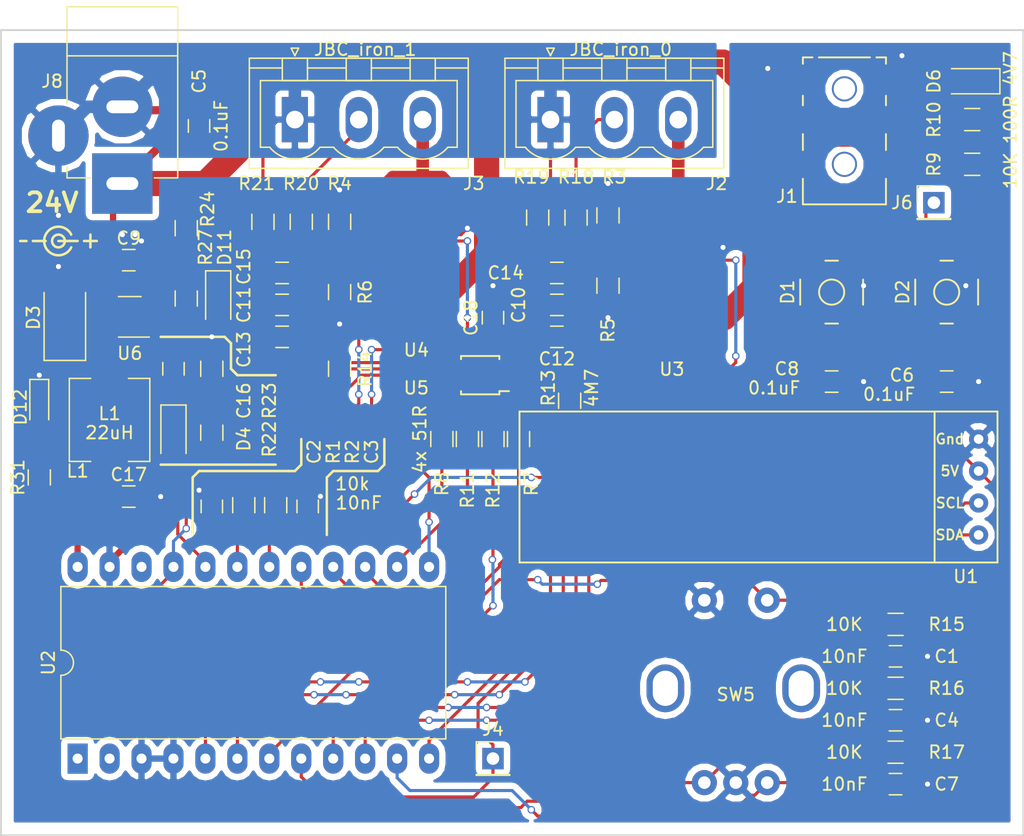
<source format=kicad_pcb>
(kicad_pcb (version 4) (host pcbnew 4.0.7)
  (layers (0 F.Cu signal) (31 B.Cu signal) (34 B.Paste user) (35 F.Paste user) (36 B.SilkS user) (37 F.SilkS user) (38 B.Mask user) (39 F.Mask user) (44 Edge.Cuts user))
  (net 0 "")
  (net 1 GND)
  (net 2 /VinDev)
  (net 3 /aIn)
  (net 4 /bIn)
  (net 5 /swIn)
  (net 6 +5V)
  (net 7 +24V)
  (net 8 /Clk)
  (net 9 //CS)
  (net 10 /MOSI)
  (net 11 "Net-(D12-Pad2)")
  (net 12 /Current_sense_0)
  (net 13 /Current_sense_1)
  (net 14 "Net-(C16-Pad1)")
  (net 15 "Net-(C16-Pad2)")
  (net 16 +VDC)
  (net 17 /led_data)
  (net 18 /sleepIn)
  (net 19 "Net-(J1-Pad2)")
  (net 20 //CS2)
  (net 21 "Net-(R1-Pad2)")
  (net 22 "Net-(R2-Pad2)")
  (net 23 "Net-(R3-Pad1)")
  (net 24 "Net-(R4-Pad1)")
  (net 25 "Net-(R7-Pad1)")
  (net 26 "Net-(R8-Pad1)")
  (net 27 "Net-(R11-Pad1)")
  (net 28 /MISO)
  (net 29 "Net-(R12-Pad1)")
  (net 30 "Net-(R22-Pad2)")
  (net 31 "Net-(U1-Pad3)")
  (net 32 "Net-(U1-Pad4)")
  (net 33 "Net-(U2-Pad1)")
  (net 34 /Heater_pwm_1)
  (net 35 "Net-(U2-Pad22)")
  (net 36 /Heater_pwm_0)
  (net 37 /T0)
  (net 38 /Heater0)
  (net 39 /T1)
  (net 40 /Heater1)
  (net 41 /T0+)
  (net 42 /T0-)
  (net 43 /T1+)
  (net 44 /T1-)
  (net 45 "Net-(D1-Pad2)")
  (net 46 "Net-(D2-Pad2)")
  (module Capacitors_SMD:C_0805_HandSoldering (layer F.Cu) (at 144.272 78.232)
    (fp_text reference C1 (at 4.064 0) (layer F.SilkS))
    (fp_text value 10nF (at -4.064 0) (layer F.SilkS))
    (pad 1 smd rect (at -1.25 0) (size 1.5 1.25) (layers F.Cu F.Paste F.Mask) (net 5 /swIn))
    (pad 2 smd rect (at 1.25 0) (size 1.5 1.25) (layers F.Cu F.Paste F.Mask) (net 1 GND))
  )
  (module Capacitors_SMD:C_0805_HandSoldering (layer F.Cu) (at 89.916 66.314 90)
    (fp_text reference C2 (at 4.338 8.128 90) (layer F.SilkS))
    (fp_text value 10nF)
    (pad 1 smd rect (at -1.25 0 90) (size 1.5 1.25) (layers F.Cu F.Paste F.Mask) (net 12 /Current_sense_0))
    (pad 2 smd rect (at 1.25 0 90) (size 1.5 1.25) (layers F.Cu F.Paste F.Mask) (net 1 GND))
  )
  (module Capacitors_SMD:C_0805_HandSoldering (layer F.Cu) (at 97.536 66.314 90)
    (fp_text reference C3 (at 4.338 5.08 90) (layer F.SilkS))
    (fp_text value 10nF (at 0.274 4.064 180) (layer F.SilkS))
    (pad 1 smd rect (at -1.25 0 90) (size 1.5 1.25) (layers F.Cu F.Paste F.Mask) (net 13 /Current_sense_1))
    (pad 2 smd rect (at 1.25 0 90) (size 1.5 1.25) (layers F.Cu F.Paste F.Mask) (net 1 GND))
  )
  (module Capacitors_SMD:C_0805_HandSoldering (layer F.Cu) (at 144.272 83.312)
    (fp_text reference C4 (at 4.064 0) (layer F.SilkS))
    (fp_text value 10nF (at -4.064 0) (layer F.SilkS))
    (pad 1 smd rect (at -1.25 0) (size 1.5 1.25) (layers F.Cu F.Paste F.Mask) (net 4 /bIn))
    (pad 2 smd rect (at 1.25 0) (size 1.5 1.25) (layers F.Cu F.Paste F.Mask) (net 1 GND))
  )
  (module Capacitors_SMD:C_0805_HandSoldering (layer F.Cu) (at 88.9 36.068 90)
    (fp_text reference C5 (at 3.556 0 90) (layer F.SilkS))
    (fp_text value 0.1uF (at 0 1.75 90) (layer F.SilkS))
    (pad 1 smd rect (at -1.25 0 90) (size 1.5 1.25) (layers F.Cu F.Paste F.Mask) (net 7 +24V))
    (pad 2 smd rect (at 1.25 0 90) (size 1.5 1.25) (layers F.Cu F.Paste F.Mask) (net 1 GND))
  )
  (module Capacitors_SMD:C_0805_HandSoldering (layer F.Cu) (at 148.336 56.388)
    (fp_text reference C6 (at -3.556 -0.508) (layer F.SilkS))
    (fp_text value 0.1uF (at -4.572 1.016) (layer F.SilkS))
    (pad 1 smd rect (at -1.25 0) (size 1.5 1.25) (layers F.Cu F.Paste F.Mask) (net 6 +5V))
    (pad 2 smd rect (at 1.25 0) (size 1.5 1.25) (layers F.Cu F.Paste F.Mask) (net 1 GND))
  )
  (module Capacitors_SMD:C_0805_HandSoldering (layer F.Cu) (at 144.272 88.392)
    (fp_text reference C7 (at 4.064 0) (layer F.SilkS))
    (fp_text value 10nF (at -4.064 0) (layer F.SilkS))
    (pad 1 smd rect (at -1.25 0) (size 1.5 1.25) (layers F.Cu F.Paste F.Mask) (net 3 /aIn))
    (pad 2 smd rect (at 1.25 0) (size 1.5 1.25) (layers F.Cu F.Paste F.Mask) (net 1 GND))
  )
  (module Capacitors_SMD:C_0805_HandSoldering (layer F.Cu) (at 139.192 56.388)
    (fp_text reference C8 (at -3.556 -1.016) (layer F.SilkS))
    (fp_text value 0.1uF (at -4.572 0.508) (layer F.SilkS))
    (pad 1 smd rect (at -1.25 0) (size 1.5 1.25) (layers F.Cu F.Paste F.Mask) (net 6 +5V))
    (pad 2 smd rect (at 1.25 0) (size 1.5 1.25) (layers F.Cu F.Paste F.Mask) (net 1 GND))
  )
  (module Capacitors_SMD:C_0805_HandSoldering (layer F.Cu) (at 83.312 46.736)
    (fp_text reference C9 (at 0 -1.75) (layer F.SilkS))
    (fp_text value 1uF)
    (pad 1 smd rect (at -1.25 0) (size 1.5 1.25) (layers F.Cu F.Paste F.Mask) (net 7 +24V))
    (pad 2 smd rect (at 1.25 0) (size 1.5 1.25) (layers F.Cu F.Paste F.Mask) (net 1 GND))
  )
  (module Capacitors_SMD:C_0805_HandSoldering (layer F.Cu) (at 117.348 50.292 180)
    (fp_text reference C10 (at 3.048 0 270) (layer F.SilkS))
    (fp_text value 0.1uF)
    (pad 1 smd rect (at -1.25 0 180) (size 1.5 1.25) (layers F.Cu F.Paste F.Mask) (net 41 /T0+))
    (pad 2 smd rect (at 1.25 0 180) (size 1.5 1.25) (layers F.Cu F.Paste F.Mask) (net 42 /T0-))
  )
  (module Capacitors_SMD:C_0805_HandSoldering (layer F.Cu) (at 95.504 50.292 180)
    (fp_text reference C11 (at 3.048 0 450) (layer F.SilkS))
    (fp_text value 0.1uF)
    (pad 1 smd rect (at -1.25 0 180) (size 1.5 1.25) (layers F.Cu F.Paste F.Mask) (net 43 /T1+))
    (pad 2 smd rect (at 1.25 0 180) (size 1.5 1.25) (layers F.Cu F.Paste F.Mask) (net 44 /T1-))
  )
  (module Capacitors_SMD:C_0805_HandSoldering (layer F.Cu) (at 117.348 52.832 180)
    (fp_text reference C12 (at 0 -1.75 180) (layer F.SilkS))
    (fp_text value 1uF)
    (pad 1 smd rect (at -1.25 0 180) (size 1.5 1.25) (layers F.Cu F.Paste F.Mask) (net 41 /T0+))
    (pad 2 smd rect (at 1.25 0 180) (size 1.5 1.25) (layers F.Cu F.Paste F.Mask) (net 42 /T0-))
  )
  (module Capacitors_SMD:C_0805_HandSoldering (layer F.Cu) (at 95.504 52.832 180)
    (fp_text reference C13 (at 3.048 -1.016 270) (layer F.SilkS))
    (fp_text value 1uF)
    (pad 1 smd rect (at -1.25 0 180) (size 1.5 1.25) (layers F.Cu F.Paste F.Mask) (net 43 /T1+))
    (pad 2 smd rect (at 1.25 0 180) (size 1.5 1.25) (layers F.Cu F.Paste F.Mask) (net 44 /T1-))
  )
  (module Capacitors_SMD:C_0805_HandSoldering (layer F.Cu) (at 117.348 47.752 180)
    (fp_text reference C14 (at 4.064 0 180) (layer F.SilkS))
    (fp_text value 100pF)
    (pad 1 smd rect (at -1.25 0 180) (size 1.5 1.25) (layers F.Cu F.Paste F.Mask) (net 41 /T0+))
    (pad 2 smd rect (at 1.25 0 180) (size 1.5 1.25) (layers F.Cu F.Paste F.Mask) (net 42 /T0-))
  )
  (module Capacitors_SMD:C_0805_HandSoldering (layer F.Cu) (at 95.504 47.752 180)
    (fp_text reference C15 (at 3.048 0.508 270) (layer F.SilkS))
    (fp_text value 100pF)
    (pad 1 smd rect (at -1.25 0 180) (size 1.5 1.25) (layers F.Cu F.Paste F.Mask) (net 43 /T1+))
    (pad 2 smd rect (at 1.25 0 180) (size 1.5 1.25) (layers F.Cu F.Paste F.Mask) (net 44 /T1-))
  )
  (module Capacitors_SMD:C_0805_HandSoldering (layer F.Cu) (at 86.868 55.372 270)
    (fp_text reference C16 (at 2.54 -5.588 270) (layer F.SilkS))
    (fp_text value 0.1uF)
    (pad 1 smd rect (at -1.25 0 270) (size 1.5 1.25) (layers F.Cu F.Paste F.Mask) (net 14 "Net-(C16-Pad1)"))
    (pad 2 smd rect (at 1.25 0 270) (size 1.5 1.25) (layers F.Cu F.Paste F.Mask) (net 15 "Net-(C16-Pad2)"))
  )
  (module Capacitors_SMD:C_0805_HandSoldering (layer F.Cu) (at 83.312 65.532)
    (fp_text reference C17 (at 0 -1.75) (layer F.SilkS))
    (fp_text value 22uF)
    (pad 1 smd rect (at -1.25 0) (size 1.5 1.25) (layers F.Cu F.Paste F.Mask) (net 16 +VDC))
    (pad 2 smd rect (at 1.25 0) (size 1.5 1.25) (layers F.Cu F.Paste F.Mask) (net 1 GND))
  )
  (module "footprints:5050-4(L)" (layer F.Cu) (at 139.192 49.276 270)
    (fp_text reference D1 (at 0 3.5 270) (layer F.SilkS))
    (fp_text value Neopixel_SMD)
    (pad 1 smd rect (at 3.1 1.65 270) (size 3.2 1.5) (layers F.Cu F.Paste F.Mask) (net 6 +5V))
    (pad 2 smd rect (at -3.1 1.65 270) (size 3.2 1.4) (layers F.Cu F.Paste F.Mask) (net 45 "Net-(D1-Pad2)"))
    (pad 3 smd rect (at -3.1 -1.65 270) (size 3.2 1.4) (layers F.Cu F.Paste F.Mask) (net 1 GND))
    (pad 4 smd rect (at 3.1 -1.65 270) (size 3.2 1.4) (layers F.Cu F.Paste F.Mask) (net 17 /led_data))
  )
  (module "footprints:5050-4(L)" (layer F.Cu) (at 148.336 49.276 270)
    (fp_text reference D2 (at 0 3.5 270) (layer F.SilkS))
    (fp_text value Neopixel_SMD)
    (pad 1 smd rect (at 3.1 1.65 270) (size 3.2 1.5) (layers F.Cu F.Paste F.Mask) (net 6 +5V))
    (pad 2 smd rect (at -3.1 1.65 270) (size 3.2 1.4) (layers F.Cu F.Paste F.Mask) (net 46 "Net-(D2-Pad2)"))
    (pad 3 smd rect (at -3.1 -1.65 270) (size 3.2 1.4) (layers F.Cu F.Paste F.Mask) (net 1 GND))
    (pad 4 smd rect (at 3.1 -1.65 270) (size 3.2 1.4) (layers F.Cu F.Paste F.Mask) (net 45 "Net-(D1-Pad2)"))
  )
  (module LEDs:LED_0805_HandSoldering (layer F.Cu) (at 76.2 58.42 270)
    (fp_text reference D12 (at 0 1.524 270) (layer F.SilkS))
    (fp_text value LED)
    (pad 1 smd rect (at -1.35 0 270) (size 1.5 1.3) (layers F.Cu F.Paste F.Mask) (net 1 GND))
    (pad 2 smd rect (at 1.35 0 270) (size 1.5 1.3) (layers F.Cu F.Paste F.Mask) (net 11 "Net-(D12-Pad2)"))
  )
  (module footprints:3.5mm_jack (layer F.Cu) (at 140.208 30.616 270)
    (fp_text reference J1 (at 11.04 4.572 360) (layer F.SilkS))
    (fp_text value Audio-Jack-3)
    (pad 1 smd rect (at 8.5 -3.65 270) (size 2 3.5) (layers F.Cu F.Paste F.Mask) (net 6 +5V))
    (pad 1 smd rect (at 8.5 3.65 270) (size 2 3.5) (layers F.Cu F.Paste F.Mask) (net 6 +5V))
    (pad 3 smd rect (at 1.8 3.65 270) (size 2 3.5) (layers F.Cu F.Paste F.Mask) (net 1 GND))
    (pad 3 smd rect (at 1.8 -3.65 270) (size 2 3.5) (layers F.Cu F.Paste F.Mask) (net 1 GND))
    (pad 2 smd rect (at 5 -3.65 270) (size 2 3.5) (layers F.Cu F.Paste F.Mask) (net 19 "Net-(J1-Pad2)"))
    (pad 2 smd rect (at 5 3.65 270) (size 2 3.5) (layers F.Cu F.Paste F.Mask) (net 19 "Net-(J1-Pad2)"))
    (pad "" np_thru_hole circle (at 8.5 0 270) (size 2 2) (drill 1.7) (layers *.Cu *.Mask))
    (pad "" np_thru_hole circle (at 2.5 0 270) (size 2 2) (drill 1.7) (layers *.Cu *.Mask))
  )
  (module Connectors_Phoenix:PhoenixContact_MSTBVA-G_03x5.08mm_Vertical (layer F.Cu) (at 116.84 35.56)
    (fp_text reference J2 (at 13.208 5.08) (layer F.SilkS))
    (fp_text value JBC_iron_0 (at 5.588 -5.588) (layer F.SilkS))
    (pad 1 thru_hole rect (at 0 0) (size 2.08 3.6) (drill 1.4) (layers *.Cu *.Mask) (net 1 GND))
    (pad 2 thru_hole oval (at 5.08 0) (size 2.08 3.6) (drill 1.4) (layers *.Cu *.Mask) (net 37 /T0))
    (pad 3 thru_hole oval (at 10.16 0) (size 2.08 3.6) (drill 1.4) (layers *.Cu *.Mask) (net 38 /Heater0))
  )
  (module Connectors_Phoenix:PhoenixContact_MSTBVA-G_03x5.08mm_Vertical (layer F.Cu) (at 96.52 35.56)
    (fp_text reference J3 (at 14.224 5.08) (layer F.SilkS))
    (fp_text value JBC_iron_1 (at 5.588 -5.588) (layer F.SilkS))
    (pad 1 thru_hole rect (at 0 0) (size 2.08 3.6) (drill 1.4) (layers *.Cu *.Mask) (net 1 GND))
    (pad 2 thru_hole oval (at 5.08 0) (size 2.08 3.6) (drill 1.4) (layers *.Cu *.Mask) (net 39 /T1))
    (pad 3 thru_hole oval (at 10.16 0) (size 2.08 3.6) (drill 1.4) (layers *.Cu *.Mask) (net 40 /Heater1))
  )
  (module Connectors:JACK_ALIM (layer F.Cu) (at 82.804 40.644 270)
    (fp_text reference J8 (at -8.132 5.588 360) (layer F.SilkS))
    (fp_text value Jack-DC)
    (pad 2 thru_hole circle (at -6.1 0 270) (size 4.8 4.8) (drill oval 1.02 2.54) (layers *.Cu *.Mask) (net 1 GND))
    (pad 1 thru_hole rect (at 0 0 270) (size 4.8 4.8) (drill oval 1.02 2.54) (layers *.Cu *.Mask) (net 7 +24V))
    (pad 3 thru_hole circle (at -3.81 5.08 270) (size 4.8 4.8) (drill oval 2.54 1.02) (layers *.Cu *.Mask) (net 1 GND))
  )
  (module Inductors_SMD:L_6.3x6.3_H3 (layer F.Cu) (at 81.788 59.436 270)
    (fp_text reference L1 (at 4.064 2.54 360) (layer F.SilkS))
    (fp_text value 22uH (at 1.016 0 360) (layer F.SilkS))
    (fp_text user %R (at -0.508 0 360) (layer F.SilkS))
    (pad 1 smd rect (at -2.75 0 270) (size 1.5 2.4) (layers F.Cu F.Paste F.Mask) (net 15 "Net-(C16-Pad2)"))
    (pad 2 smd rect (at 2.75 0 270) (size 1.5 2.4) (layers F.Cu F.Paste F.Mask) (net 16 +VDC))
  )
  (module Resistors_SMD:R_0805_HandSoldering (layer F.Cu) (at 92.456 66.214 90)
    (fp_text reference R1 (at 4.238 7.112 90) (layer F.SilkS))
    (fp_text value 10k)
    (pad 1 smd rect (at -1.35 0 90) (size 1.5 1.3) (layers F.Cu F.Paste F.Mask) (net 12 /Current_sense_0))
    (pad 2 smd rect (at 1.35 0 90) (size 1.5 1.3) (layers F.Cu F.Paste F.Mask) (net 21 "Net-(R1-Pad2)"))
  )
  (module Resistors_SMD:R_0805_HandSoldering (layer F.Cu) (at 94.996 66.214 90)
    (fp_text reference R2 (at 4.238 6.096 90) (layer F.SilkS))
    (fp_text value 10k (at 1.698 6.096 180) (layer F.SilkS))
    (pad 1 smd rect (at -1.35 0 90) (size 1.5 1.3) (layers F.Cu F.Paste F.Mask) (net 13 /Current_sense_1))
    (pad 2 smd rect (at 1.35 0 90) (size 1.5 1.3) (layers F.Cu F.Paste F.Mask) (net 22 "Net-(R2-Pad2)"))
  )
  (module Resistors_SMD:R_0805_HandSoldering (layer F.Cu) (at 121.412 43.18 90)
    (fp_text reference R3 (at 3.048 0.508 180) (layer F.SilkS))
    (fp_text value 10k)
    (pad 1 smd rect (at -1.35 0 90) (size 1.5 1.3) (layers F.Cu F.Paste F.Mask) (net 23 "Net-(R3-Pad1)"))
    (pad 2 smd rect (at 1.35 0 90) (size 1.5 1.3) (layers F.Cu F.Paste F.Mask) (net 1 GND))
  )
  (module Resistors_SMD:R_0805_HandSoldering (layer F.Cu) (at 100.076 43.688 90)
    (fp_text reference R4 (at 3.048 0 180) (layer F.SilkS))
    (fp_text value 10k)
    (pad 1 smd rect (at -1.35 0 90) (size 1.5 1.3) (layers F.Cu F.Paste F.Mask) (net 24 "Net-(R4-Pad1)"))
    (pad 2 smd rect (at 1.35 0 90) (size 1.5 1.3) (layers F.Cu F.Paste F.Mask) (net 1 GND))
  )
  (module Resistors_SMD:R_0805_HandSoldering (layer F.Cu) (at 121.412 48.768 90)
    (fp_text reference R5 (at -3.556 0 90) (layer F.SilkS))
    (fp_text value 10k)
    (pad 1 smd rect (at -1.35 0 90) (size 1.5 1.3) (layers F.Cu F.Paste F.Mask) (net 1 GND))
    (pad 2 smd rect (at 1.35 0 90) (size 1.5 1.3) (layers F.Cu F.Paste F.Mask) (net 21 "Net-(R1-Pad2)"))
  )
  (module Resistors_SMD:R_0805_HandSoldering (layer F.Cu) (at 100.076 49.276 90)
    (fp_text reference R6 (at 0 2.032 90) (layer F.SilkS))
    (fp_text value 10k)
    (pad 1 smd rect (at -1.35 0 90) (size 1.5 1.3) (layers F.Cu F.Paste F.Mask) (net 1 GND))
    (pad 2 smd rect (at 1.35 0 90) (size 1.5 1.3) (layers F.Cu F.Paste F.Mask) (net 22 "Net-(R2-Pad2)"))
  )
  (module Resistors_SMD:R_0805_HandSoldering (layer F.Cu) (at 114.3 60.96 270)
    (fp_text reference R7 (at 3.556 -1.016 270) (layer F.SilkS))
    (fp_text value 51R)
    (pad 1 smd rect (at -1.35 0 270) (size 1.5 1.3) (layers F.Cu F.Paste F.Mask) (net 25 "Net-(R7-Pad1)"))
    (pad 2 smd rect (at 1.35 0 270) (size 1.5 1.3) (layers F.Cu F.Paste F.Mask) (net 8 /Clk))
  )
  (module Resistors_SMD:R_0805_HandSoldering (layer F.Cu) (at 108.204 60.96 270)
    (fp_text reference R8 (at 3.556 0 270) (layer F.SilkS))
    (fp_text value "4x 51R" (at 0 1.75 270) (layer F.SilkS))
    (pad 1 smd rect (at -1.35 0 270) (size 1.5 1.3) (layers F.Cu F.Paste F.Mask) (net 26 "Net-(R8-Pad1)"))
    (pad 2 smd rect (at 1.35 0 270) (size 1.5 1.3) (layers F.Cu F.Paste F.Mask) (net 10 /MOSI))
  )
  (module Resistors_SMD:R_0805_HandSoldering (layer F.Cu) (at 150.368 39.116)
    (fp_text reference R9 (at -3.048 0 90) (layer F.SilkS))
    (fp_text value 10K (at 3.048 0.508 90) (layer F.SilkS))
    (pad 1 smd rect (at -1.35 0) (size 1.5 1.3) (layers F.Cu F.Paste F.Mask) (net 6 +5V))
    (pad 2 smd rect (at 1.35 0) (size 1.5 1.3) (layers F.Cu F.Paste F.Mask) (net 18 /sleepIn))
  )
  (module Resistors_SMD:R_0805_HandSoldering (layer F.Cu) (at 150.368 35.56)
    (fp_text reference R10 (at -3.048 0 90) (layer F.SilkS))
    (fp_text value 100R (at 3.048 0 90) (layer F.SilkS))
    (pad 1 smd rect (at -1.35 0) (size 1.5 1.3) (layers F.Cu F.Paste F.Mask) (net 19 "Net-(J1-Pad2)"))
    (pad 2 smd rect (at 1.35 0) (size 1.5 1.3) (layers F.Cu F.Paste F.Mask) (net 18 /sleepIn))
  )
  (module Resistors_SMD:R_0805_HandSoldering (layer F.Cu) (at 110.236 60.96 270)
    (fp_text reference R11 (at 4.064 0 270) (layer F.SilkS))
    (fp_text value 51R)
    (pad 1 smd rect (at -1.35 0 270) (size 1.5 1.3) (layers F.Cu F.Paste F.Mask) (net 27 "Net-(R11-Pad1)"))
    (pad 2 smd rect (at 1.35 0 270) (size 1.5 1.3) (layers F.Cu F.Paste F.Mask) (net 28 /MISO))
  )
  (module Resistors_SMD:R_0805_HandSoldering (layer F.Cu) (at 112.268 60.96 270)
    (fp_text reference R12 (at 4.064 0 270) (layer F.SilkS))
    (fp_text value 51R)
    (pad 1 smd rect (at -1.35 0 270) (size 1.5 1.3) (layers F.Cu F.Paste F.Mask) (net 29 "Net-(R12-Pad1)"))
    (pad 2 smd rect (at 1.35 0 270) (size 1.5 1.3) (layers F.Cu F.Paste F.Mask) (net 9 //CS))
  )
  (module Resistors_SMD:R_0805_HandSoldering (layer F.Cu) (at 118.364 57.912 90)
    (fp_text reference R13 (at 1.016 -1.7 90) (layer F.SilkS))
    (fp_text value 4M7 (at 1.016 1.75 90) (layer F.SilkS))
    (pad 1 smd rect (at -1.35 0 90) (size 1.5 1.3) (layers F.Cu F.Paste F.Mask) (net 6 +5V))
    (pad 2 smd rect (at 1.35 0 90) (size 1.5 1.3) (layers F.Cu F.Paste F.Mask) (net 41 /T0+))
  )
  (module Resistors_SMD:R_0805_HandSoldering (layer F.Cu) (at 100.076 55.372 90)
    (fp_text reference R14 (at 0 2.032 90) (layer F.SilkS))
    (fp_text value 4M7)
    (pad 1 smd rect (at -1.35 0 90) (size 1.5 1.3) (layers F.Cu F.Paste F.Mask) (net 6 +5V))
    (pad 2 smd rect (at 1.35 0 90) (size 1.5 1.3) (layers F.Cu F.Paste F.Mask) (net 43 /T1+))
  )
  (module Resistors_SMD:R_0805_HandSoldering (layer F.Cu) (at 144.272 75.692 180)
    (fp_text reference R15 (at -4.064 0 180) (layer F.SilkS))
    (fp_text value 10K (at 4.064 0 180) (layer F.SilkS))
    (pad 1 smd rect (at -1.35 0 180) (size 1.5 1.3) (layers F.Cu F.Paste F.Mask) (net 6 +5V))
    (pad 2 smd rect (at 1.35 0 180) (size 1.5 1.3) (layers F.Cu F.Paste F.Mask) (net 5 /swIn))
  )
  (module Resistors_SMD:R_0805_HandSoldering (layer F.Cu) (at 144.272 80.772 180)
    (fp_text reference R16 (at -4.064 0 180) (layer F.SilkS))
    (fp_text value 10K (at 4.064 0 180) (layer F.SilkS))
    (pad 1 smd rect (at -1.35 0 180) (size 1.5 1.3) (layers F.Cu F.Paste F.Mask) (net 6 +5V))
    (pad 2 smd rect (at 1.35 0 180) (size 1.5 1.3) (layers F.Cu F.Paste F.Mask) (net 4 /bIn))
  )
  (module Resistors_SMD:R_0805_HandSoldering (layer F.Cu) (at 144.272 85.852 180)
    (fp_text reference R17 (at -4.064 0 180) (layer F.SilkS))
    (fp_text value 10K (at 4.064 0 180) (layer F.SilkS))
    (pad 1 smd rect (at -1.35 0 180) (size 1.5 1.3) (layers F.Cu F.Paste F.Mask) (net 6 +5V))
    (pad 2 smd rect (at 1.35 0 180) (size 1.5 1.3) (layers F.Cu F.Paste F.Mask) (net 3 /aIn))
  )
  (module Resistors_SMD:R_0805_HandSoldering (layer F.Cu) (at 118.872 43.354 270)
    (fp_text reference R18 (at -3.222 0 360) (layer F.SilkS))
    (fp_text value 470R)
    (pad 1 smd rect (at -1.35 0 270) (size 1.5 1.3) (layers F.Cu F.Paste F.Mask) (net 37 /T0))
    (pad 2 smd rect (at 1.35 0 270) (size 1.5 1.3) (layers F.Cu F.Paste F.Mask) (net 41 /T0+))
  )
  (module Resistors_SMD:R_0805_HandSoldering (layer F.Cu) (at 115.824 43.354 270)
    (fp_text reference R19 (at -3.222 0.508 360) (layer F.SilkS))
    (fp_text value 0R)
    (pad 1 smd rect (at -1.35 0 270) (size 1.5 1.3) (layers F.Cu F.Paste F.Mask) (net 1 GND))
    (pad 2 smd rect (at 1.35 0 270) (size 1.5 1.3) (layers F.Cu F.Paste F.Mask) (net 42 /T0-))
  )
  (module Resistors_SMD:R_0805_HandSoldering (layer F.Cu) (at 97.028 43.688 270)
    (fp_text reference R20 (at -3.048 0 360) (layer F.SilkS))
    (fp_text value 470R)
    (pad 1 smd rect (at -1.35 0 270) (size 1.5 1.3) (layers F.Cu F.Paste F.Mask) (net 39 /T1))
    (pad 2 smd rect (at 1.35 0 270) (size 1.5 1.3) (layers F.Cu F.Paste F.Mask) (net 43 /T1+))
  )
  (module Resistors_SMD:R_0805_HandSoldering (layer F.Cu) (at 93.98 43.688 270)
    (fp_text reference R21 (at -3.048 0.508 360) (layer F.SilkS))
    (fp_text value 0R)
    (pad 1 smd rect (at -1.35 0 270) (size 1.5 1.3) (layers F.Cu F.Paste F.Mask) (net 1 GND))
    (pad 2 smd rect (at 1.35 0 270) (size 1.5 1.3) (layers F.Cu F.Paste F.Mask) (net 44 /T1-))
  )
  (module Resistors_SMD:R_0805_HandSoldering (layer F.Cu) (at 89.916 60.452 90)
    (fp_text reference R22 (at -0.508 4.572 90) (layer F.SilkS))
    (fp_text value 30k)
    (pad 1 smd rect (at -1.35 0 90) (size 1.5 1.3) (layers F.Cu F.Paste F.Mask) (net 16 +VDC))
    (pad 2 smd rect (at 1.35 0 90) (size 1.5 1.3) (layers F.Cu F.Paste F.Mask) (net 30 "Net-(R22-Pad2)"))
  )
  (module Resistors_SMD:R_0805_HandSoldering (layer F.Cu) (at 89.916 55.372 90)
    (fp_text reference R23 (at -2.54 4.572 90) (layer F.SilkS))
    (fp_text value 5k1)
    (pad 1 smd rect (at -1.35 0 90) (size 1.5 1.3) (layers F.Cu F.Paste F.Mask) (net 30 "Net-(R22-Pad2)"))
    (pad 2 smd rect (at 1.35 0 90) (size 1.5 1.3) (layers F.Cu F.Paste F.Mask) (net 1 GND))
  )
  (module Resistors_SMD:R_0805_HandSoldering (layer F.Cu) (at 87.884 44.196 270)
    (fp_text reference R24 (at -1.524 -1.7 270) (layer F.SilkS))
    (fp_text value 30k)
    (pad 1 smd rect (at -1.35 0 270) (size 1.5 1.3) (layers F.Cu F.Paste F.Mask) (net 7 +24V))
    (pad 2 smd rect (at 1.35 0 270) (size 1.5 1.3) (layers F.Cu F.Paste F.Mask) (net 2 /VinDev))
  )
  (module Resistors_SMD:R_0805_HandSoldering (layer F.Cu) (at 87.884 49.784 270)
    (fp_text reference R27 (at -4.064 -1.524 270) (layer F.SilkS))
    (fp_text value 5k1)
    (pad 1 smd rect (at -1.35 0 270) (size 1.5 1.3) (layers F.Cu F.Paste F.Mask) (net 2 /VinDev))
    (pad 2 smd rect (at 1.35 0 270) (size 1.5 1.3) (layers F.Cu F.Paste F.Mask) (net 1 GND))
  )
  (module Resistors_SMD:R_0805_HandSoldering (layer F.Cu) (at 76.2 64.008 90)
    (fp_text reference R31 (at 0 -1.7 90) (layer F.SilkS))
    (fp_text value 330R)
    (pad 1 smd rect (at -1.35 0 90) (size 1.5 1.3) (layers F.Cu F.Paste F.Mask) (net 6 +5V))
    (pad 2 smd rect (at 1.35 0 90) (size 1.5 1.3) (layers F.Cu F.Paste F.Mask) (net 11 "Net-(D12-Pad2)"))
  )
  (module footprints:rot_encoder (layer F.Cu) (at 131.572 80.772)
    (fp_text reference SW5 (at 0 0.5) (layer F.SilkS))
    (fp_text value Rotary_Encoder_Switch)
    (pad 1 thru_hole circle (at -2.5 7.5) (size 2 2) (drill 1) (layers *.Cu *.Mask) (net 4 /bIn))
    (pad 2 thru_hole circle (at 0 7.5) (size 2 2) (drill 1) (layers *.Cu *.Mask) (net 1 GND))
    (pad 3 thru_hole circle (at 2.5 7.5) (size 2 2) (drill 1) (layers *.Cu *.Mask) (net 3 /aIn))
    (pad 4 thru_hole circle (at 2.5 -7) (size 2 2) (drill 1) (layers *.Cu *.Mask) (net 5 /swIn))
    (pad 5 thru_hole circle (at -2.5 -7) (size 2 2) (drill 1) (layers *.Cu *.Mask) (net 1 GND))
    (pad "" np_thru_hole oval (at -5.6 0) (size 3 3.8) (drill oval 2 2.8) (layers *.Cu *.Mask))
    (pad "" np_thru_hole oval (at 5.2 0) (size 3 3.8) (drill oval 2 2.8) (layers *.Cu *.Mask))
  )
  (module Housings_DIP:DIP-24_W15.24mm_LongPads (layer F.Cu) (at 79.248 86.36 90)
    (fp_text reference U2 (at 7.62 -2.33 90) (layer F.SilkS))
    (fp_text value arduino_pro_micro)
    (pad 1 thru_hole rect (at 0 0 90) (size 2.4 1.6) (drill 0.8) (layers *.Cu *.Mask) (net 33 "Net-(U2-Pad1)"))
    (pad 13 thru_hole oval (at 15.24 27.94 90) (size 2.4 1.6) (drill 0.8) (layers *.Cu *.Mask) (net 34 /Heater_pwm_1))
    (pad 2 thru_hole oval (at 0 2.54 90) (size 2.4 1.6) (drill 0.8) (layers *.Cu *.Mask) (net 20 //CS2))
    (pad 14 thru_hole oval (at 15.24 25.4 90) (size 2.4 1.6) (drill 0.8) (layers *.Cu *.Mask) (net 10 /MOSI))
    (pad 3 thru_hole oval (at 0 5.08 90) (size 2.4 1.6) (drill 0.8) (layers *.Cu *.Mask) (net 1 GND))
    (pad 15 thru_hole oval (at 15.24 22.86 90) (size 2.4 1.6) (drill 0.8) (layers *.Cu *.Mask) (net 28 /MISO))
    (pad 4 thru_hole oval (at 0 7.62 90) (size 2.4 1.6) (drill 0.8) (layers *.Cu *.Mask) (net 1 GND))
    (pad 16 thru_hole oval (at 15.24 20.32 90) (size 2.4 1.6) (drill 0.8) (layers *.Cu *.Mask) (net 8 /Clk))
    (pad 5 thru_hole oval (at 0 10.16 90) (size 2.4 1.6) (drill 0.8) (layers *.Cu *.Mask) (net 32 "Net-(U1-Pad4)"))
    (pad 17 thru_hole oval (at 15.24 17.78 90) (size 2.4 1.6) (drill 0.8) (layers *.Cu *.Mask) (net 5 /swIn))
    (pad 6 thru_hole oval (at 0 12.7 90) (size 2.4 1.6) (drill 0.8) (layers *.Cu *.Mask) (net 31 "Net-(U1-Pad3)"))
    (pad 18 thru_hole oval (at 15.24 15.24 90) (size 2.4 1.6) (drill 0.8) (layers *.Cu *.Mask) (net 13 /Current_sense_1))
    (pad 7 thru_hole oval (at 0 15.24 90) (size 2.4 1.6) (drill 0.8) (layers *.Cu *.Mask) (net 9 //CS))
    (pad 19 thru_hole oval (at 15.24 12.7 90) (size 2.4 1.6) (drill 0.8) (layers *.Cu *.Mask) (net 12 /Current_sense_0))
    (pad 8 thru_hole oval (at 0 17.78 90) (size 2.4 1.6) (drill 0.8) (layers *.Cu *.Mask) (net 17 /led_data))
    (pad 20 thru_hole oval (at 15.24 10.16 90) (size 2.4 1.6) (drill 0.8) (layers *.Cu *.Mask) (net 2 /VinDev))
    (pad 9 thru_hole oval (at 0 20.32 90) (size 2.4 1.6) (drill 0.8) (layers *.Cu *.Mask) (net 4 /bIn))
    (pad 21 thru_hole oval (at 15.24 7.62 90) (size 2.4 1.6) (drill 0.8) (layers *.Cu *.Mask) (net 6 +5V))
    (pad 10 thru_hole oval (at 0 22.86 90) (size 2.4 1.6) (drill 0.8) (layers *.Cu *.Mask) (net 3 /aIn))
    (pad 22 thru_hole oval (at 15.24 5.08 90) (size 2.4 1.6) (drill 0.8) (layers *.Cu *.Mask) (net 35 "Net-(U2-Pad22)"))
    (pad 11 thru_hole oval (at 0 25.4 90) (size 2.4 1.6) (drill 0.8) (layers *.Cu *.Mask) (net 18 /sleepIn))
    (pad 23 thru_hole oval (at 15.24 2.54 90) (size 2.4 1.6) (drill 0.8) (layers *.Cu *.Mask) (net 1 GND))
    (pad 12 thru_hole oval (at 0 27.94 90) (size 2.4 1.6) (drill 0.8) (layers *.Cu *.Mask) (net 36 /Heater_pwm_0))
    (pad 24 thru_hole oval (at 15.24 0 90) (size 2.4 1.6) (drill 0.8) (layers *.Cu *.Mask) (net 16 +VDC))
  )
  (module footprints:HPAK (layer F.Cu) (at 126.492 44.488 180)
    (fp_text reference U3 (at 0 -10.922 180) (layer F.SilkS))
    (fp_text value VN5E010)
    (pad 1 smd rect (at -2.55 0.25 180) (size 0.65 2.5) (layers F.Cu F.Paste F.Mask) (net 38 /Heater0))
    (pad 2 smd rect (at -1.7 0.25 180) (size 0.65 2.5) (layers F.Cu F.Paste F.Mask) (net 1 GND))
    (pad 3 smd rect (at -0.85 0.25 180) (size 0.65 2.5) (layers F.Cu F.Paste F.Mask) (net 36 /Heater_pwm_0))
    (pad 4 smd rect (at 0 -6.82 180) (size 6.3 6.6) (layers F.Cu F.Paste F.Mask) (net 7 +24V))
    (pad 5 smd rect (at 0.85 0.25 180) (size 0.65 2.5) (layers F.Cu F.Paste F.Mask) (net 21 "Net-(R1-Pad2)"))
    (pad 6 smd rect (at 1.7 0.25 180) (size 0.65 2.5) (layers F.Cu F.Paste F.Mask) (net 23 "Net-(R3-Pad1)"))
    (pad 7 smd rect (at 2.55 0.25 180) (size 0.65 2.5) (layers F.Cu F.Paste F.Mask) (net 38 /Heater0))
  )
  (module footprints:HPAK (layer F.Cu) (at 106.172 42.964 180)
    (fp_text reference U4 (at 0 -10.922 180) (layer F.SilkS))
    (fp_text value VN5E010)
    (pad 1 smd rect (at -2.55 0.25 180) (size 0.65 2.5) (layers F.Cu F.Paste F.Mask) (net 40 /Heater1))
    (pad 2 smd rect (at -1.7 0.25 180) (size 0.65 2.5) (layers F.Cu F.Paste F.Mask) (net 1 GND))
    (pad 3 smd rect (at -0.85 0.25 180) (size 0.65 2.5) (layers F.Cu F.Paste F.Mask) (net 34 /Heater_pwm_1))
    (pad 4 smd rect (at 0 -6.82 180) (size 6.3 6.6) (layers F.Cu F.Paste F.Mask) (net 7 +24V))
    (pad 5 smd rect (at 0.85 0.25 180) (size 0.65 2.5) (layers F.Cu F.Paste F.Mask) (net 22 "Net-(R2-Pad2)"))
    (pad 6 smd rect (at 1.7 0.25 180) (size 0.65 2.5) (layers F.Cu F.Paste F.Mask) (net 24 "Net-(R4-Pad1)"))
    (pad 7 smd rect (at 2.55 0.25 180) (size 0.65 2.5) (layers F.Cu F.Paste F.Mask) (net 40 /Heater1))
  )
  (module footprints:VSSOP_10_HandSoldered (layer F.Cu) (at 111.252 55.88 90)
    (fp_text reference U5 (at -1.016 -5.08 180) (layer F.SilkS))
    (fp_text value ADS1118I)
    (pad 1 smd rect (at -1 2.7 90) (size 0.3 2.45) (layers F.Cu F.Paste F.Mask) (net 25 "Net-(R7-Pad1)"))
    (pad 2 smd rect (at -0.5 2.7 90) (size 0.3 2.45) (layers F.Cu F.Paste F.Mask) (net 29 "Net-(R12-Pad1)"))
    (pad 3 smd rect (at 0 2.7 90) (size 0.3 2.45) (layers F.Cu F.Paste F.Mask) (net 1 GND))
    (pad 4 smd rect (at 0.5 2.7 90) (size 0.3 2.45) (layers F.Cu F.Paste F.Mask) (net 41 /T0+))
    (pad 5 smd rect (at 1 2.7 90) (size 0.3 2.45) (layers F.Cu F.Paste F.Mask) (net 42 /T0-))
    (pad 6 smd rect (at 1 -2.7 90) (size 0.3 2.45) (layers F.Cu F.Paste F.Mask) (net 43 /T1+))
    (pad 7 smd rect (at 0.5 -2.7 90) (size 0.3 2.45) (layers F.Cu F.Paste F.Mask) (net 44 /T1-))
    (pad 8 smd rect (at 0 -2.7 90) (size 0.3 2.45) (layers F.Cu F.Paste F.Mask) (net 6 +5V))
    (pad 9 smd rect (at -0.5 -2.7 90) (size 0.3 2.45) (layers F.Cu F.Paste F.Mask) (net 27 "Net-(R11-Pad1)"))
    (pad 10 smd rect (at -1 -2.7 90) (size 0.3 2.45) (layers F.Cu F.Paste F.Mask) (net 26 "Net-(R8-Pad1)"))
  )
  (module TO_SOT_Packages_SMD:SOT-23-6 (layer F.Cu) (at 83.396 51.242 180)
    (fp_text reference U6 (at 0 -2.9 180) (layer F.SilkS))
    (fp_text value MCP16301)
    (pad 1 smd rect (at -1.1 -0.95 180) (size 1.06 0.65) (layers F.Cu F.Paste F.Mask) (net 14 "Net-(C16-Pad1)"))
    (pad 2 smd rect (at -1.1 0 180) (size 1.06 0.65) (layers F.Cu F.Paste F.Mask) (net 1 GND))
    (pad 3 smd rect (at -1.1 0.95 180) (size 1.06 0.65) (layers F.Cu F.Paste F.Mask) (net 30 "Net-(R22-Pad2)"))
    (pad 4 smd rect (at 1.1 0.95 180) (size 1.06 0.65) (layers F.Cu F.Paste F.Mask) (net 7 +24V))
    (pad 6 smd rect (at 1.1 -0.95 180) (size 1.06 0.65) (layers F.Cu F.Paste F.Mask) (net 15 "Net-(C16-Pad2)"))
    (pad 5 smd rect (at 1.1 0 180) (size 1.06 0.65) (layers F.Cu F.Paste F.Mask) (net 7 +24V))
  )
  (module Diodes_SMD:D_SMA (layer F.Cu) (at 78.232 51.308 90)
    (fp_text reference D3 (at 0 -2.5 90) (layer F.SilkS))
    (fp_text value B140-E3)
    (pad 1 smd rect (at -2 0 90) (size 2.5 1.8) (layers F.Cu F.Paste F.Mask) (net 15 "Net-(C16-Pad2)"))
    (pad 2 smd rect (at 2 0 90) (size 2.5 1.8) (layers F.Cu F.Paste F.Mask) (net 1 GND))
  )
  (module Diodes_SMD:D_SOD-123F (layer F.Cu) (at 86.868 60.452 270)
    (fp_text reference D4 (at 0.508 -5.588 270) (layer F.SilkS))
    (fp_text value 1N4448)
    (pad 1 smd rect (at -1.4 0 270) (size 1.1 1.1) (layers F.Cu F.Paste F.Mask) (net 14 "Net-(C16-Pad1)"))
    (pad 2 smd rect (at 1.4 0 270) (size 1.1 1.1) (layers F.Cu F.Paste F.Mask) (net 16 +VDC))
  )
  (module Diodes_SMD:D_SOD-123F (layer F.Cu) (at 150.368 32.512 180)
    (fp_text reference D6 (at 3.048 0 270) (layer F.SilkS))
    (fp_text value 4V7 (at -3.048 1.016 270) (layer F.SilkS))
    (pad 1 smd rect (at -1.4 0 180) (size 1.1 1.1) (layers F.Cu F.Paste F.Mask) (net 18 /sleepIn))
    (pad 2 smd rect (at 1.4 0 180) (size 1.1 1.1) (layers F.Cu F.Paste F.Mask) (net 1 GND))
  )
  (module Diodes_SMD:D_SOD-123F (layer F.Cu) (at 90.424 49.784 270)
    (fp_text reference D11 (at -4.064 -0.508 270) (layer F.SilkS))
    (fp_text value 4V7)
    (pad 1 smd rect (at -1.4 0 270) (size 1.1 1.1) (layers F.Cu F.Paste F.Mask) (net 2 /VinDev))
    (pad 2 smd rect (at 1.4 0 270) (size 1.1 1.1) (layers F.Cu F.Paste F.Mask) (net 1 GND))
  )
  (module Capacitors_SMD:C_0805_HandSoldering (layer F.Cu) (at 112.268 51.308 90)
    (fp_text reference C18 (at 0 -1.75 90) (layer F.SilkS))
    (fp_text value 0.1uF)
    (pad 1 smd rect (at -1.25 0 90) (size 1.5 1.25) (layers F.Cu F.Paste F.Mask) (net 6 +5V))
    (pad 2 smd rect (at 1.25 0 90) (size 1.5 1.25) (layers F.Cu F.Paste F.Mask) (net 1 GND))
  )
  (module Pin_Headers:Pin_Header_Straight_1x01_Pitch2.54mm (layer F.Cu) (at 112.268 86.36)
    (fp_text reference J4 (at 0 -2.33) (layer F.SilkS))
    (fp_text value Conn_01x01)
    (pad 1 thru_hole rect (at 0 0) (size 1.7 1.7) (drill 1) (layers *.Cu *.Mask) (net 17 /led_data))
  )
  (module Pin_Headers:Pin_Header_Straight_1x01_Pitch2.54mm (layer F.Cu) (at 147.32 42.164)
    (fp_text reference J6 (at -2.54 0) (layer F.SilkS))
    (fp_text value Conn_01x01)
    (pad 1 thru_hole rect (at 0 0) (size 1.7 1.7) (drill 1) (layers *.Cu *.Mask) (net 46 "Net-(D2-Pad2)"))
  )
  (module footprints:OLED_I2C_128x32 (layer F.Cu) (at 150.876 60.96 180)
    (fp_text reference U1 (at 1.016 -10.922 180) (layer F.SilkS))
    (fp_text value OLED_I2C_128x32)
    (fp_text user Gnd (at 2.286 0 180) (layer F.SilkS) (effects (font (size 0.8 0.8))))
    (fp_text user 5V (at 2.286 -2.54 180) (layer F.SilkS) (effects (font (size 0.8 0.8))))
    (fp_text user SDA (at 2.286 -7.62 180) (layer F.SilkS) (effects (font (size 0.8 0.8))))
    (fp_text user SCL (at 2.286 -5.08 180) (layer F.SilkS) (effects (font (size 0.8 0.8))))
    (pad 1 thru_hole circle (at 0 0 180) (size 1.524 1.524) (drill 0.762) (layers *.Cu *.Mask) (net 1 GND))
    (pad 2 thru_hole circle (at 0 -2.54 180) (size 1.524 1.524) (drill 0.762) (layers *.Cu *.Mask) (net 6 +5V))
    (pad 3 thru_hole circle (at 0 -5.08 180) (size 1.524 1.524) (drill 0.762) (layers *.Cu *.Mask) (net 31 "Net-(U1-Pad3)"))
    (pad 4 thru_hole circle (at 0 -7.62 180) (size 1.524 1.524) (drill 0.762) (layers *.Cu *.Mask) (net 32 "Net-(U1-Pad4)"))
  )
  (gr_circle (center 77.724 45.212) (end 77.724 44.704) (layer F.SilkS) (width 0.2))
  (gr_line (start 74.676 45.212) (end 75.184 45.212) (layer F.SilkS) (width 0.2))
  (gr_line (start 76.708 45.212) (end 75.692 45.212) (layer F.SilkS) (width 0.2))
  (gr_arc (start 77.724 45.212) (end 78.74 45.72) (angle 306.8698976) (layer F.SilkS) (width 0.2))
  (gr_line (start 79.248 45.212) (end 77.724 45.212) (layer F.SilkS) (width 0.2))
  (gr_line (start 80.264 44.704) (end 80.264 45.72) (layer F.SilkS) (width 0.2))
  (gr_line (start 80.772 45.212) (end 79.756 45.212) (layer F.SilkS) (width 0.2))
  (gr_text 24V (at 77.216 42.164) (layer F.SilkS) (effects (font (size 1.5 1.5) (thickness 0.3))))
  (gr_text PW (at 131.572 79.248) (layer F.Cu) (effects (font (size 1.5 1.5) (thickness 0.3))))
  (gr_line (start 97.028 62.992) (end 97.028 60.96) (layer F.SilkS) (width 0.2))
  (gr_line (start 103.632 62.992) (end 103.632 60.96) (layer F.SilkS) (width 0.2))
  (gr_line (start 96.52 63.5) (end 97.028 62.992) (layer F.SilkS) (width 0.2))
  (gr_line (start 96.012 63.5) (end 96.52 63.5) (layer F.SilkS) (width 0.2))
  (gr_line (start 88.9 63.5) (end 96.012 63.5) (layer F.SilkS) (width 0.2))
  (gr_line (start 88.392 64.008) (end 88.9 63.5) (layer F.SilkS) (width 0.2))
  (gr_line (start 88.392 68.58) (end 88.392 64.008) (layer F.SilkS) (width 0.2))
  (gr_line (start 99.06 64.008) (end 99.06 68.58) (layer F.SilkS) (width 0.2))
  (gr_line (start 99.568 63.5) (end 99.06 64.008) (layer F.SilkS) (width 0.2))
  (gr_line (start 103.124 63.5) (end 99.568 63.5) (layer F.SilkS) (width 0.2))
  (gr_line (start 103.632 62.992) (end 103.124 63.5) (layer F.SilkS) (width 0.2))
  (gr_line (start 91.948 55.88) (end 92.456 55.88) (layer F.SilkS) (width 0.2))
  (gr_line (start 91.44 55.372) (end 91.948 55.88) (layer F.SilkS) (width 0.2))
  (gr_line (start 91.44 53.34) (end 91.44 55.372) (layer F.SilkS) (width 0.2))
  (gr_line (start 91.948 55.88) (end 91.44 55.372) (layer F.SilkS) (width 0.2))
  (gr_line (start 90.932 52.832) (end 91.44 53.34) (layer F.SilkS) (width 0.2))
  (gr_line (start 85.852 52.832) (end 90.932 52.832) (layer F.SilkS) (width 0.2))
  (gr_line (start 92.456 62.992) (end 85.852 62.992) (layer F.SilkS) (width 0.2))
  (gr_line (start 94.996 62.992) (end 92.456 62.992) (layer F.SilkS) (width 0.2))
  (gr_line (start 92.456 55.88) (end 94.996 55.88) (layer F.SilkS) (width 0.2))
  (gr_line (start 73.152 92.456) (end 73.152 28.448) (layer Edge.Cuts) (width 0.15))
  (gr_line (start 154.432 92.456) (end 73.152 92.456) (layer Edge.Cuts) (width 0.15))
  (gr_line (start 154.432 91.44) (end 154.432 92.456) (layer Edge.Cuts) (width 0.15))
  (gr_line (start 154.432 28.448) (end 154.432 91.44) (layer Edge.Cuts) (width 0.15))
  (gr_line (start 73.152 28.448) (end 154.432 28.448) (layer Edge.Cuts) (width 0.15))
  (segment (start 145.522 88.392) (end 146.812 88.392) (width 0.25) (layer F.Cu) (net 1))
  (via (at 146.812 88.392) (size 0.6) (drill 0.4) (layers F.Cu B.Cu) (net 1))
  (segment (start 145.522 83.312) (end 146.812 83.312) (width 0.25) (layer F.Cu) (net 1))
  (via (at 146.812 83.312) (size 0.6) (drill 0.4) (layers F.Cu B.Cu) (net 1))
  (segment (start 145.522 78.232) (end 146.812 78.232) (width 0.25) (layer F.Cu) (net 1))
  (via (at 146.812 78.232) (size 0.6) (drill 0.4) (layers F.Cu B.Cu) (net 1))
  (segment (start 141.732 48.768) (end 141.732 47.066) (width 0.25) (layer F.Cu) (net 1))
  (segment (start 141.732 47.066) (end 140.842 46.176) (width 0.25) (layer F.Cu) (net 1))
  (segment (start 141.732 56.388) (end 141.732 48.768) (width 0.25) (layer B.Cu) (net 1))
  (via (at 141.732 48.768) (size 0.6) (drill 0.4) (layers F.Cu B.Cu) (net 1))
  (segment (start 140.442 56.388) (end 141.732 56.388) (width 0.25) (layer F.Cu) (net 1))
  (via (at 141.732 56.388) (size 0.6) (drill 0.4) (layers F.Cu B.Cu) (net 1))
  (segment (start 150.876 56.388) (end 149.586 56.388) (width 0.25) (layer F.Cu) (net 1))
  (segment (start 149.86 48.768) (end 150.876 49.784) (width 0.25) (layer B.Cu) (net 1))
  (segment (start 150.876 49.784) (end 150.876 56.388) (width 0.25) (layer B.Cu) (net 1))
  (via (at 150.876 56.388) (size 0.6) (drill 0.4) (layers F.Cu B.Cu) (net 1))
  (segment (start 149.986 46.176) (end 149.986 48.642) (width 0.25) (layer F.Cu) (net 1))
  (segment (start 149.986 48.642) (end 149.86 48.768) (width 0.25) (layer F.Cu) (net 1))
  (via (at 149.86 48.768) (size 0.6) (drill 0.4) (layers F.Cu B.Cu) (net 1))
  (segment (start 76.2 57.07) (end 76.2 55.88) (width 0.25) (layer F.Cu) (net 1))
  (via (at 76.2 55.88) (size 0.6) (drill 0.4) (layers F.Cu B.Cu) (net 1))
  (segment (start 98.552 65.205) (end 98.552 65.513991) (width 0.25) (layer F.Cu) (net 1))
  (segment (start 98.411 65.064) (end 98.552 65.205) (width 0.25) (layer F.Cu) (net 1))
  (segment (start 97.536 65.064) (end 98.411 65.064) (width 0.25) (layer F.Cu) (net 1))
  (via (at 98.552 65.513991) (size 0.6) (drill 0.4) (layers F.Cu B.Cu) (net 1))
  (segment (start 89.916 65.064) (end 88.94 65.064) (width 0.25) (layer F.Cu) (net 1))
  (segment (start 88.94 65.064) (end 88.9 65.024) (width 0.25) (layer F.Cu) (net 1))
  (via (at 88.9 65.024) (size 0.6) (drill 0.4) (layers F.Cu B.Cu) (net 1))
  (segment (start 90.424 51.184) (end 90.424 52.324) (width 0.25) (layer F.Cu) (net 1))
  (segment (start 90.424 52.324) (end 89.916 52.832) (width 0.25) (layer F.Cu) (net 1))
  (segment (start 87.884 51.134) (end 90.374 51.134) (width 0.25) (layer F.Cu) (net 1))
  (segment (start 90.374 51.134) (end 90.424 51.184) (width 0.25) (layer F.Cu) (net 1))
  (segment (start 143.858 32.416) (end 143.858 31.402) (width 0.25) (layer F.Cu) (net 1))
  (segment (start 143.858 31.402) (end 144.78 30.48) (width 0.25) (layer F.Cu) (net 1))
  (via (at 144.78 30.48) (size 0.6) (drill 0.4) (layers F.Cu B.Cu) (net 1))
  (segment (start 136.558 32.416) (end 134.558 32.416) (width 0.25) (layer F.Cu) (net 1))
  (segment (start 134.558 32.416) (end 134.112 31.97) (width 0.25) (layer F.Cu) (net 1))
  (via (at 134.112 31.496) (size 0.6) (drill 0.4) (layers F.Cu B.Cu) (net 1))
  (segment (start 134.112 31.97) (end 134.112 31.496) (width 0.25) (layer F.Cu) (net 1))
  (segment (start 128.682 46.228) (end 129.54 46.228) (width 0.25) (layer F.Cu) (net 1))
  (segment (start 129.54 46.228) (end 130.048 46.228) (width 0.25) (layer F.Cu) (net 1))
  (via (at 130.556 45.72) (size 0.6) (drill 0.4) (layers F.Cu B.Cu) (net 1))
  (segment (start 130.048 46.228) (end 130.556 45.72) (width 0.25) (layer F.Cu) (net 1))
  (segment (start 121.412 41.83) (end 121.412 40.64) (width 0.25) (layer F.Cu) (net 1))
  (via (at 121.412 40.64) (size 0.6) (drill 0.4) (layers F.Cu B.Cu) (net 1))
  (segment (start 121.412 50.118) (end 121.412 51.308) (width 0.25) (layer F.Cu) (net 1))
  (via (at 121.412 51.308) (size 0.6) (drill 0.4) (layers F.Cu B.Cu) (net 1))
  (segment (start 112.268 50.058) (end 112.268 48.768) (width 0.25) (layer F.Cu) (net 1))
  (via (at 112.268 48.768) (size 0.6) (drill 0.4) (layers F.Cu B.Cu) (net 1))
  (segment (start 108.362 44.704) (end 109.22 44.704) (width 0.25) (layer F.Cu) (net 1))
  (segment (start 109.22 44.704) (end 109.728 44.704) (width 0.25) (layer F.Cu) (net 1))
  (segment (start 109.728 44.704) (end 110.236 44.196) (width 0.25) (layer F.Cu) (net 1))
  (via (at 110.236 44.196) (size 0.6) (drill 0.4) (layers F.Cu B.Cu) (net 1))
  (segment (start 100.076 50.626) (end 100.076 51.816) (width 0.25) (layer F.Cu) (net 1))
  (via (at 100.076 51.816) (size 0.6) (drill 0.4) (layers F.Cu B.Cu) (net 1))
  (segment (start 100.076 42.338) (end 100.076 41.148) (width 0.25) (layer F.Cu) (net 1))
  (via (at 100.076 41.148) (size 0.6) (drill 0.4) (layers F.Cu B.Cu) (net 1))
  (segment (start 89.916 52.832) (end 89.916 50.8) (width 0.5) (layer B.Cu) (net 1))
  (segment (start 89.916 50.8) (end 84.328 45.212) (width 0.5) (layer B.Cu) (net 1))
  (segment (start 77.724 47.244) (end 77.724 43.18) (width 0.5) (layer B.Cu) (net 1))
  (segment (start 85.852 65.532) (end 85.852 55.372) (width 0.5) (layer B.Cu) (net 1))
  (segment (start 85.852 55.372) (end 77.724 47.244) (width 0.5) (layer B.Cu) (net 1))
  (segment (start 84.562 65.532) (end 85.852 65.532) (width 0.5) (layer F.Cu) (net 1))
  (via (at 85.852 65.532) (size 0.6) (drill 0.4) (layers F.Cu B.Cu) (net 1))
  (segment (start 89.916 54.022) (end 89.916 52.832) (width 0.5) (layer F.Cu) (net 1))
  (via (at 89.916 52.832) (size 0.6) (drill 0.4) (layers F.Cu B.Cu) (net 1))
  (segment (start 77.724 36.834) (end 77.724 47.244) (width 0.5) (layer F.Cu) (net 1))
  (segment (start 78.232 49.308) (end 78.232 47.752) (width 0.5) (layer F.Cu) (net 1))
  (segment (start 78.232 47.752) (end 77.724 47.244) (width 0.5) (layer F.Cu) (net 1))
  (via (at 77.724 47.244) (size 0.6) (drill 0.4) (layers F.Cu B.Cu) (net 1))
  (segment (start 81.788 71.12) (end 81.788 70.72) (width 0.5) (layer F.Cu) (net 1))
  (segment (start 81.788 70.72) (end 84.562 67.946) (width 0.5) (layer F.Cu) (net 1))
  (segment (start 84.562 67.946) (end 84.562 65.532) (width 0.5) (layer F.Cu) (net 1))
  (segment (start 83.82 44.704) (end 82.804 44.704) (width 0.5) (layer F.Cu) (net 1))
  (via (at 82.804 44.704) (size 0.6) (drill 0.4) (layers F.Cu B.Cu) (net 1))
  (segment (start 84.328 45.212) (end 83.82 44.704) (width 0.5) (layer F.Cu) (net 1))
  (via (at 83.82 44.704) (size 0.6) (drill 0.4) (layers F.Cu B.Cu) (net 1))
  (via (at 77.724 43.18) (size 0.6) (drill 0.4) (layers F.Cu B.Cu) (net 1))
  (segment (start 84.328 45.212) (end 83.82 44.704) (width 0.5) (layer B.Cu) (net 1))
  (segment (start 77.724 43.18) (end 77.724 36.834) (width 0.5) (layer B.Cu) (net 1))
  (segment (start 83.82 44.704) (end 79.248 44.704) (width 0.5) (layer B.Cu) (net 1))
  (segment (start 79.248 44.704) (end 77.724 43.18) (width 0.5) (layer B.Cu) (net 1))
  (segment (start 84.562 46.736) (end 84.562 45.446) (width 0.5) (layer F.Cu) (net 1))
  (segment (start 84.562 45.446) (end 84.328 45.212) (width 0.5) (layer F.Cu) (net 1))
  (via (at 84.328 45.212) (size 0.6) (drill 0.4) (layers F.Cu B.Cu) (net 1))
  (segment (start 83.312 50.838) (end 83.312 49.276) (width 0.25) (layer F.Cu) (net 1))
  (segment (start 83.312 48.768) (end 83.312 49.276) (width 0.5) (layer F.Cu) (net 1))
  (segment (start 83.312 48.768) (end 83.405 48.768) (width 0.5) (layer F.Cu) (net 1))
  (segment (start 83.405 48.768) (end 84.562 47.611) (width 0.5) (layer F.Cu) (net 1))
  (segment (start 84.562 46.736) (end 84.562 47.611) (width 0.5) (layer F.Cu) (net 1))
  (segment (start 84.496 51.242) (end 83.716 51.242) (width 0.25) (layer F.Cu) (net 1))
  (segment (start 83.716 51.242) (end 83.312 50.838) (width 0.25) (layer F.Cu) (net 1))
  (segment (start 88.9 34.818) (end 83.078 34.818) (width 0.65) (layer F.Cu) (net 1))
  (segment (start 83.078 34.818) (end 82.804 34.544) (width 0.65) (layer F.Cu) (net 1))
  (segment (start 82.804 34.544) (end 85.203999 32.144001) (width 1) (layer B.Cu) (net 1))
  (segment (start 85.203999 32.144001) (end 96.887999 32.144001) (width 1) (layer B.Cu) (net 1))
  (segment (start 96.887999 32.144001) (end 98.044 30.988) (width 1) (layer B.Cu) (net 1))
  (segment (start 82.804 34.544) (end 80.014 34.544) (width 1) (layer B.Cu) (net 1))
  (segment (start 80.014 34.544) (end 77.724 36.834) (width 1) (layer B.Cu) (net 1))
  (segment (start 98.044 30.988) (end 96.52 32.512) (width 1) (layer B.Cu) (net 1))
  (segment (start 96.52 32.512) (end 96.52 35.56) (width 1) (layer B.Cu) (net 1))
  (segment (start 115.068 30.988) (end 98.044 30.988) (width 1) (layer B.Cu) (net 1))
  (segment (start 116.84 35.56) (end 116.84 32.76) (width 1) (layer B.Cu) (net 1))
  (segment (start 116.84 32.76) (end 115.068 30.988) (width 1) (layer B.Cu) (net 1))
  (segment (start 112.268 50.058) (end 113.143 50.058) (width 0.25) (layer F.Cu) (net 1))
  (segment (start 113.143 50.058) (end 113.792 50.707) (width 0.25) (layer F.Cu) (net 1))
  (segment (start 113.792 50.707) (end 113.792 53.34) (width 0.25) (layer F.Cu) (net 1))
  (segment (start 113.792 53.34) (end 113.284 53.848) (width 0.25) (layer F.Cu) (net 1))
  (segment (start 113.284 53.848) (end 112.268 53.848) (width 0.25) (layer F.Cu) (net 1))
  (segment (start 112.268 53.848) (end 111.76 54.356) (width 0.25) (layer F.Cu) (net 1))
  (segment (start 112.268 55.88) (end 113.952 55.88) (width 0.25) (layer F.Cu) (net 1))
  (segment (start 111.76 54.356) (end 111.76 55.372) (width 0.25) (layer F.Cu) (net 1))
  (segment (start 111.76 55.372) (end 112.268 55.88) (width 0.25) (layer F.Cu) (net 1))
  (segment (start 136.558 32.416) (end 136.558 31.166) (width 0.25) (layer F.Cu) (net 1))
  (segment (start 136.558 31.166) (end 136.736 30.988) (width 0.25) (layer F.Cu) (net 1))
  (segment (start 136.736 30.988) (end 143.764 30.988) (width 0.25) (layer F.Cu) (net 1))
  (segment (start 143.764 30.988) (end 143.858 31.082) (width 0.25) (layer F.Cu) (net 1))
  (segment (start 143.858 31.082) (end 143.858 32.416) (width 0.25) (layer F.Cu) (net 1))
  (segment (start 148.968 32.512) (end 143.954 32.512) (width 0.25) (layer F.Cu) (net 1))
  (segment (start 143.954 32.512) (end 143.858 32.416) (width 0.25) (layer F.Cu) (net 1))
  (segment (start 93.98 42.338) (end 93.98 36.81) (width 0.25) (layer F.Cu) (net 1))
  (segment (start 93.98 36.81) (end 95.23 35.56) (width 0.25) (layer F.Cu) (net 1))
  (segment (start 95.23 35.56) (end 96.52 35.56) (width 0.25) (layer F.Cu) (net 1))
  (segment (start 116.84 35.56) (end 116.84 41.888) (width 0.25) (layer F.Cu) (net 1))
  (segment (start 116.724 42.004) (end 115.824 42.004) (width 0.25) (layer F.Cu) (net 1))
  (segment (start 116.84 41.888) (end 116.724 42.004) (width 0.25) (layer F.Cu) (net 1))
  (segment (start 128.192 44.238) (end 128.192 45.738) (width 0.25) (layer F.Cu) (net 1))
  (segment (start 128.192 45.738) (end 128.682 46.228) (width 0.25) (layer F.Cu) (net 1))
  (segment (start 107.872 42.714) (end 107.872 44.214) (width 0.25) (layer F.Cu) (net 1))
  (segment (start 107.872 44.214) (end 108.362 44.704) (width 0.25) (layer F.Cu) (net 1))
  (segment (start 87.208999 68.520999) (end 89.408 70.72) (width 0.25) (layer F.Cu) (net 2))
  (segment (start 87.208999 64.483879) (end 87.208999 68.520999) (width 0.25) (layer F.Cu) (net 2))
  (segment (start 88.692888 62.99999) (end 87.208999 64.483879) (width 0.25) (layer F.Cu) (net 2))
  (segment (start 89.408 70.72) (end 89.408 71.12) (width 0.25) (layer F.Cu) (net 2))
  (segment (start 91.432011 62.999989) (end 88.692888 62.99999) (width 0.25) (layer F.Cu) (net 2))
  (segment (start 91.948 62.484) (end 91.432011 62.999989) (width 0.25) (layer F.Cu) (net 2))
  (segment (start 91.948 50.708) (end 91.948 62.484) (width 0.25) (layer F.Cu) (net 2))
  (segment (start 90.424 49.184) (end 91.948 50.708) (width 0.25) (layer F.Cu) (net 2))
  (segment (start 90.424 48.384) (end 90.424 49.184) (width 0.25) (layer F.Cu) (net 2))
  (segment (start 87.884 48.434) (end 87.884 45.546) (width 0.25) (layer F.Cu) (net 2))
  (segment (start 90.424 48.384) (end 87.934 48.384) (width 0.25) (layer F.Cu) (net 2))
  (segment (start 87.934 48.384) (end 87.884 48.434) (width 0.25) (layer F.Cu) (net 2))
  (segment (start 90.374 48.434) (end 90.424 48.384) (width 0.25) (layer F.Cu) (net 2))
  (segment (start 103.124 83.312) (end 102.108 84.328) (width 0.25) (layer F.Cu) (net 3))
  (segment (start 102.108 84.328) (end 102.108 86.36) (width 0.25) (layer F.Cu) (net 3))
  (segment (start 107.188 83.312) (end 103.124 83.312) (width 0.25) (layer F.Cu) (net 3))
  (segment (start 111.76 83.312) (end 107.188 83.312) (width 0.25) (layer B.Cu) (net 3))
  (via (at 107.188 83.312) (size 0.6) (drill 0.4) (layers F.Cu B.Cu) (net 3))
  (segment (start 121.92 89.916) (end 115.316 83.312) (width 0.25) (layer F.Cu) (net 3))
  (segment (start 115.316 83.312) (end 111.76 83.312) (width 0.25) (layer F.Cu) (net 3))
  (via (at 111.76 83.312) (size 0.6) (drill 0.4) (layers F.Cu B.Cu) (net 3))
  (segment (start 132.08 89.916) (end 121.92 89.916) (width 0.25) (layer F.Cu) (net 3))
  (segment (start 132.724001 89.271999) (end 132.08 89.916) (width 0.25) (layer F.Cu) (net 3))
  (segment (start 133.072001 89.271999) (end 132.724001 89.271999) (width 0.25) (layer F.Cu) (net 3))
  (segment (start 134.072 88.272) (end 133.072001 89.271999) (width 0.25) (layer F.Cu) (net 3))
  (segment (start 143.022 88.392) (end 143.022 85.952) (width 0.25) (layer F.Cu) (net 3))
  (segment (start 143.022 85.952) (end 142.922 85.852) (width 0.25) (layer F.Cu) (net 3))
  (segment (start 134.072 88.272) (end 142.902 88.272) (width 0.25) (layer F.Cu) (net 3))
  (segment (start 142.902 88.272) (end 143.022 88.392) (width 0.25) (layer F.Cu) (net 3))
  (segment (start 101.092 82.296) (end 99.568 83.82) (width 0.25) (layer F.Cu) (net 4))
  (segment (start 99.568 83.82) (end 99.568 86.36) (width 0.25) (layer F.Cu) (net 4))
  (segment (start 108.712 82.296) (end 101.092 82.296) (width 0.25) (layer F.Cu) (net 4))
  (segment (start 111.76 82.296) (end 108.712 82.296) (width 0.25) (layer B.Cu) (net 4))
  (via (at 108.712 82.296) (size 0.6) (drill 0.4) (layers F.Cu B.Cu) (net 4))
  (segment (start 121.292 88.272) (end 115.316 82.296) (width 0.25) (layer F.Cu) (net 4))
  (via (at 111.76 82.296) (size 0.6) (drill 0.4) (layers F.Cu B.Cu) (net 4))
  (segment (start 115.316 82.296) (end 111.76 82.296) (width 0.25) (layer F.Cu) (net 4))
  (segment (start 129.072 88.272) (end 121.292 88.272) (width 0.25) (layer F.Cu) (net 4))
  (segment (start 142.922 80.772) (end 142.922 83.212) (width 0.25) (layer F.Cu) (net 4))
  (segment (start 142.922 83.212) (end 143.022 83.312) (width 0.25) (layer F.Cu) (net 4))
  (segment (start 129.072 88.272) (end 134.032 83.312) (width 0.25) (layer F.Cu) (net 4))
  (segment (start 134.032 83.312) (end 143.022 83.312) (width 0.25) (layer F.Cu) (net 4))
  (segment (start 120.138746 72.496642) (end 120.56301 72.496642) (width 0.25) (layer B.Cu) (net 5))
  (segment (start 115.824 72.136) (end 116.184642 72.496642) (width 0.25) (layer B.Cu) (net 5))
  (segment (start 120.863009 72.196643) (end 120.56301 72.496642) (width 0.25) (layer F.Cu) (net 5))
  (segment (start 132.496643 72.196643) (end 120.863009 72.196643) (width 0.25) (layer F.Cu) (net 5))
  (segment (start 116.184642 72.496642) (end 120.138746 72.496642) (width 0.25) (layer B.Cu) (net 5))
  (segment (start 134.072 73.772) (end 132.496643 72.196643) (width 0.25) (layer F.Cu) (net 5))
  (via (at 120.56301 72.496642) (size 0.6) (drill 0.4) (layers F.Cu B.Cu) (net 5))
  (via (at 115.824 72.136) (size 0.6) (drill 0.4) (layers F.Cu B.Cu) (net 5))
  (segment (start 112.776 72.136) (end 115.824 72.136) (width 0.25) (layer F.Cu) (net 5))
  (segment (start 111.76 73.152) (end 112.776 72.136) (width 0.25) (layer F.Cu) (net 5))
  (segment (start 110.236 74.676) (end 111.76 73.152) (width 0.25) (layer F.Cu) (net 5))
  (segment (start 99.06 74.676) (end 110.236 74.676) (width 0.25) (layer F.Cu) (net 5))
  (segment (start 97.028 72.644) (end 99.06 74.676) (width 0.25) (layer F.Cu) (net 5))
  (segment (start 97.028 71.12) (end 97.028 72.644) (width 0.25) (layer F.Cu) (net 5))
  (segment (start 134.072 73.772) (end 141.902 73.772) (width 0.25) (layer F.Cu) (net 5))
  (segment (start 141.902 73.772) (end 142.922 74.792) (width 0.25) (layer F.Cu) (net 5))
  (segment (start 142.922 74.792) (end 142.922 75.692) (width 0.25) (layer F.Cu) (net 5))
  (segment (start 143.022 78.232) (end 143.022 75.792) (width 0.25) (layer F.Cu) (net 5))
  (segment (start 143.022 75.792) (end 142.922 75.692) (width 0.25) (layer F.Cu) (net 5))
  (segment (start 146.81999 90.41601) (end 147.828 89.408) (width 0.25) (layer F.Cu) (net 6))
  (segment (start 121.045876 89.748998) (end 121.712889 90.416011) (width 0.25) (layer F.Cu) (net 6))
  (segment (start 114.991998 89.748998) (end 121.045876 89.748998) (width 0.25) (layer F.Cu) (net 6))
  (segment (start 114.483998 90.256998) (end 114.991998 89.748998) (width 0.25) (layer F.Cu) (net 6))
  (segment (start 121.712889 90.416011) (end 146.81999 90.41601) (width 0.25) (layer F.Cu) (net 6))
  (segment (start 77.048998 90.256998) (end 114.483998 90.256998) (width 0.25) (layer F.Cu) (net 6))
  (segment (start 75.692 88.9) (end 77.048998 90.256998) (width 0.25) (layer F.Cu) (net 6))
  (segment (start 77.724 74.168) (end 75.692 76.2) (width 0.25) (layer F.Cu) (net 6))
  (segment (start 147.828 89.408) (end 147.828 84.646) (width 0.25) (layer F.Cu) (net 6))
  (segment (start 75.692 76.2) (end 75.692 88.9) (width 0.25) (layer F.Cu) (net 6))
  (segment (start 86.868 71.12) (end 86.868 69.088) (width 0.25) (layer B.Cu) (net 6))
  (segment (start 86.868 69.088) (end 87.884 68.072) (width 0.25) (layer B.Cu) (net 6))
  (via (at 87.884 68.072) (size 0.6) (drill 0.4) (layers F.Cu B.Cu) (net 6))
  (segment (start 87.884 64.516) (end 87.884 68.072) (width 0.25) (layer F.Cu) (net 6))
  (segment (start 88.9 63.5) (end 87.884 64.516) (width 0.25) (layer F.Cu) (net 6))
  (segment (start 94.298 63.5) (end 88.9 63.5) (width 0.25) (layer F.Cu) (net 6))
  (segment (start 100.076 57.722) (end 94.298 63.5) (width 0.25) (layer F.Cu) (net 6))
  (segment (start 100.076 56.722) (end 100.076 57.722) (width 0.25) (layer F.Cu) (net 6))
  (segment (start 150.876 63.5) (end 152.4 65.024) (width 0.25) (layer F.Cu) (net 6))
  (segment (start 152.4 65.024) (end 152.4 72.136) (width 0.25) (layer F.Cu) (net 6))
  (segment (start 152.4 72.136) (end 147.828 76.708) (width 0.25) (layer F.Cu) (net 6))
  (segment (start 137.776 50.292) (end 143.602 50.292) (width 0.25) (layer F.Cu) (net 6))
  (segment (start 143.602 50.292) (end 145.686 52.376) (width 0.25) (layer F.Cu) (net 6))
  (segment (start 145.686 52.376) (end 146.686 52.376) (width 0.25) (layer F.Cu) (net 6))
  (segment (start 137.542 52.376) (end 137.542 50.526) (width 0.25) (layer F.Cu) (net 6))
  (segment (start 137.542 50.526) (end 137.776 50.292) (width 0.25) (layer F.Cu) (net 6))
  (segment (start 147.32 57.497) (end 147.32 59.944) (width 0.25) (layer F.Cu) (net 6))
  (segment (start 147.32 59.944) (end 150.876 63.5) (width 0.25) (layer F.Cu) (net 6))
  (segment (start 147.086 56.388) (end 147.086 57.263) (width 0.25) (layer F.Cu) (net 6))
  (segment (start 147.086 57.263) (end 147.32 57.497) (width 0.25) (layer F.Cu) (net 6))
  (segment (start 147.828 84.646) (end 147.828 80.772) (width 0.25) (layer F.Cu) (net 6))
  (segment (start 147.828 80.772) (end 147.828 76.708) (width 0.25) (layer F.Cu) (net 6))
  (segment (start 145.622 80.772) (end 147.828 80.772) (width 0.25) (layer F.Cu) (net 6))
  (segment (start 145.622 85.852) (end 146.622 85.852) (width 0.25) (layer F.Cu) (net 6))
  (segment (start 146.622 85.852) (end 147.828 84.646) (width 0.25) (layer F.Cu) (net 6))
  (segment (start 147.828 76.708) (end 146.812 75.692) (width 0.25) (layer F.Cu) (net 6))
  (segment (start 146.812 75.692) (end 145.622 75.692) (width 0.25) (layer F.Cu) (net 6))
  (segment (start 147.086 56.388) (end 147.086 54.864) (width 0.25) (layer F.Cu) (net 6))
  (segment (start 147.086 54.864) (end 147.086 52.776) (width 0.25) (layer F.Cu) (net 6))
  (segment (start 150.876 54.864) (end 147.086 54.864) (width 0.25) (layer F.Cu) (net 6))
  (segment (start 151.892 53.848) (end 150.876 54.864) (width 0.25) (layer F.Cu) (net 6))
  (segment (start 151.892 42.89) (end 151.892 53.848) (width 0.25) (layer F.Cu) (net 6))
  (segment (start 149.018 39.116) (end 149.018 40.016) (width 0.25) (layer F.Cu) (net 6))
  (segment (start 149.018 40.016) (end 151.892 42.89) (width 0.25) (layer F.Cu) (net 6))
  (segment (start 147.086 52.776) (end 146.686 52.376) (width 0.25) (layer F.Cu) (net 6))
  (segment (start 137.942 56.388) (end 137.942 52.776) (width 0.25) (layer F.Cu) (net 6))
  (segment (start 137.942 52.776) (end 137.542 52.376) (width 0.25) (layer F.Cu) (net 6))
  (segment (start 77.724 74.168) (end 84.22 74.168) (width 0.25) (layer F.Cu) (net 6))
  (segment (start 84.22 74.168) (end 86.868 71.52) (width 0.25) (layer F.Cu) (net 6))
  (segment (start 86.868 71.52) (end 86.868 71.12) (width 0.25) (layer F.Cu) (net 6))
  (segment (start 76.2 72.644) (end 77.724 74.168) (width 0.25) (layer F.Cu) (net 6))
  (segment (start 76.2 65.358) (end 76.2 72.644) (width 0.25) (layer F.Cu) (net 6))
  (segment (start 107.077 55.88) (end 106.68 55.88) (width 0.25) (layer F.Cu) (net 6))
  (segment (start 106.68 55.88) (end 102.108 55.88) (width 0.25) (layer F.Cu) (net 6))
  (segment (start 118.364 59.262) (end 117.464 59.262) (width 0.25) (layer F.Cu) (net 6))
  (segment (start 117.464 59.262) (end 115.766 60.96) (width 0.25) (layer F.Cu) (net 6))
  (segment (start 115.766 60.96) (end 106.68 60.96) (width 0.25) (layer F.Cu) (net 6))
  (segment (start 106.68 60.96) (end 106.172 60.452) (width 0.25) (layer F.Cu) (net 6))
  (segment (start 106.172 60.452) (end 106.172 56.388) (width 0.25) (layer F.Cu) (net 6))
  (segment (start 106.172 56.388) (end 106.68 55.88) (width 0.25) (layer F.Cu) (net 6))
  (segment (start 112.268 52.558) (end 111.393 52.558) (width 0.25) (layer F.Cu) (net 6))
  (segment (start 111.393 52.558) (end 110.744 53.207) (width 0.25) (layer F.Cu) (net 6))
  (segment (start 110.027 55.88) (end 108.552 55.88) (width 0.25) (layer F.Cu) (net 6))
  (segment (start 110.744 53.207) (end 110.744 55.163) (width 0.25) (layer F.Cu) (net 6))
  (segment (start 110.744 55.163) (end 110.027 55.88) (width 0.25) (layer F.Cu) (net 6))
  (segment (start 100.076 56.722) (end 100.976 56.722) (width 0.25) (layer F.Cu) (net 6))
  (segment (start 100.976 56.722) (end 101.818 55.88) (width 0.25) (layer F.Cu) (net 6))
  (segment (start 101.818 55.88) (end 102.108 55.88) (width 0.25) (layer F.Cu) (net 6))
  (segment (start 108.552 55.88) (end 107.077 55.88) (width 0.25) (layer F.Cu) (net 6))
  (segment (start 136.558 39.116) (end 136.558 37.866) (width 0.25) (layer F.Cu) (net 6))
  (segment (start 136.832 37.592) (end 143.584 37.592) (width 0.25) (layer F.Cu) (net 6))
  (segment (start 136.558 37.866) (end 136.832 37.592) (width 0.25) (layer F.Cu) (net 6))
  (segment (start 143.584 37.592) (end 143.858 37.866) (width 0.25) (layer F.Cu) (net 6))
  (segment (start 143.858 37.866) (end 143.858 39.116) (width 0.25) (layer F.Cu) (net 6))
  (segment (start 149.018 39.116) (end 148.018 39.116) (width 0.25) (layer F.Cu) (net 6))
  (segment (start 148.018 39.116) (end 143.858 39.116) (width 0.25) (layer F.Cu) (net 6))
  (segment (start 82.804 40.644) (end 82.062 41.386) (width 0.5) (layer F.Cu) (net 7))
  (segment (start 82.062 41.386) (end 82.062 43.922) (width 0.5) (layer F.Cu) (net 7))
  (segment (start 82.062 43.922) (end 81.788 44.196) (width 0.5) (layer F.Cu) (net 7))
  (segment (start 82.062 45.72) (end 82.062 46.736) (width 0.5) (layer F.Cu) (net 7))
  (segment (start 81.788 44.196) (end 81.788 45.446) (width 0.5) (layer F.Cu) (net 7))
  (segment (start 81.788 45.446) (end 82.062 45.72) (width 0.5) (layer F.Cu) (net 7))
  (segment (start 87.884 42.846) (end 87.884 41.846) (width 0.25) (layer F.Cu) (net 7))
  (segment (start 87.884 41.846) (end 86.682 40.644) (width 0.25) (layer F.Cu) (net 7))
  (segment (start 86.682 40.644) (end 85.454 40.644) (width 0.25) (layer F.Cu) (net 7))
  (segment (start 85.454 40.644) (end 82.804 40.644) (width 0.25) (layer F.Cu) (net 7))
  (segment (start 81.28 51.006) (end 81.28 50.292) (width 0.5) (layer F.Cu) (net 7))
  (segment (start 80.772 49.784) (end 81.28 50.292) (width 0.5) (layer F.Cu) (net 7))
  (segment (start 80.772 48.901) (end 80.772 49.784) (width 0.5) (layer F.Cu) (net 7))
  (segment (start 80.772 48.901) (end 82.062 47.611) (width 0.5) (layer F.Cu) (net 7))
  (segment (start 82.062 46.736) (end 82.062 47.611) (width 0.5) (layer F.Cu) (net 7))
  (segment (start 82.296 51.242) (end 81.516 51.242) (width 0.25) (layer F.Cu) (net 7))
  (segment (start 81.516 51.242) (end 81.28 51.006) (width 0.25) (layer F.Cu) (net 7))
  (segment (start 81.28 50.292) (end 82.296 50.292) (width 0.25) (layer F.Cu) (net 7))
  (segment (start 88.9 37.318) (end 86.13 37.318) (width 0.65) (layer F.Cu) (net 7))
  (segment (start 86.13 37.318) (end 82.804 40.644) (width 0.65) (layer F.Cu) (net 7))
  (segment (start 82.804 40.644) (end 89.404 40.644) (width 2) (layer F.Cu) (net 7))
  (segment (start 91.948 34.036) (end 94.996 30.988) (width 2) (layer F.Cu) (net 7))
  (segment (start 91.948 38.1) (end 91.948 34.036) (width 2) (layer F.Cu) (net 7))
  (segment (start 94.996 30.988) (end 109.728 30.988) (width 2) (layer F.Cu) (net 7))
  (segment (start 89.404 40.644) (end 91.948 38.1) (width 2) (layer F.Cu) (net 7))
  (segment (start 84.098 39.35) (end 82.804 40.644) (width 0.65) (layer F.Cu) (net 7))
  (segment (start 111.76 30.988) (end 112.776 30.988) (width 2) (layer F.Cu) (net 7))
  (segment (start 112.776 30.988) (end 130.556 30.988) (width 2) (layer F.Cu) (net 7))
  (segment (start 130.642 51.308) (end 133.096 48.854) (width 2) (layer F.Cu) (net 7))
  (segment (start 126.492 51.308) (end 130.642 51.308) (width 2) (layer F.Cu) (net 7))
  (segment (start 133.096 48.854) (end 133.096 34.036) (width 2) (layer F.Cu) (net 7))
  (segment (start 133.096 33.528) (end 133.096 34.036) (width 2) (layer F.Cu) (net 7))
  (segment (start 130.556 30.988) (end 133.096 33.528) (width 2) (layer F.Cu) (net 7))
  (segment (start 111.76 32.512) (end 111.76 32.004) (width 1) (layer F.Cu) (net 7))
  (segment (start 111.76 32.004) (end 112.776 30.988) (width 1) (layer F.Cu) (net 7))
  (segment (start 109.728 30.988) (end 111.76 30.988) (width 2) (layer F.Cu) (net 7))
  (segment (start 111.76 32.512) (end 111.76 30.988) (width 1) (layer F.Cu) (net 7))
  (segment (start 111.76 46.228) (end 111.76 32.512) (width 2) (layer F.Cu) (net 7))
  (segment (start 108.204 49.784) (end 111.76 46.228) (width 2) (layer F.Cu) (net 7))
  (segment (start 109.728 30.988) (end 110.236 30.988) (width 1) (layer F.Cu) (net 7))
  (segment (start 110.236 30.988) (end 111.76 32.512) (width 2) (layer F.Cu) (net 7))
  (segment (start 106.172 49.784) (end 108.204 49.784) (width 1) (layer F.Cu) (net 7))
  (segment (start 102.216 74.168) (end 99.568 71.52) (width 0.25) (layer F.Cu) (net 8))
  (segment (start 112.783989 71.112011) (end 109.728 74.168) (width 0.25) (layer F.Cu) (net 8))
  (segment (start 112.783989 70.912889) (end 112.783989 71.112011) (width 0.25) (layer F.Cu) (net 8))
  (segment (start 114.3 69.396878) (end 112.783989 70.912889) (width 0.25) (layer F.Cu) (net 8))
  (segment (start 99.568 71.52) (end 99.568 71.12) (width 0.25) (layer F.Cu) (net 8))
  (segment (start 109.728 74.168) (end 102.216 74.168) (width 0.25) (layer F.Cu) (net 8))
  (segment (start 114.3 62.31) (end 114.3 69.396878) (width 0.25) (layer F.Cu) (net 8))
  (segment (start 111.252 75.217358) (end 111.968001 74.501357) (width 0.25) (layer F.Cu) (net 9))
  (segment (start 111.968001 74.501357) (end 112.268 74.201358) (width 0.25) (layer F.Cu) (net 9))
  (segment (start 105.230642 75.217358) (end 111.252 75.217358) (width 0.25) (layer F.Cu) (net 9))
  (segment (start 94.488 85.96) (end 105.230642 75.217358) (width 0.25) (layer F.Cu) (net 9))
  (segment (start 94.488 86.36) (end 94.488 85.96) (width 0.25) (layer F.Cu) (net 9))
  (segment (start 112.268 74.201358) (end 112.268 70.586541) (width 0.25) (layer B.Cu) (net 9))
  (segment (start 112.268 70.586541) (end 112.221377 70.539918) (width 0.25) (layer B.Cu) (net 9))
  (via (at 112.268 74.201358) (size 0.6) (drill 0.4) (layers F.Cu B.Cu) (net 9))
  (segment (start 112.268 70.493295) (end 112.221377 70.539918) (width 0.25) (layer F.Cu) (net 9))
  (segment (start 112.268 62.31) (end 112.268 70.493295) (width 0.25) (layer F.Cu) (net 9))
  (via (at 112.221377 70.539918) (size 0.6) (drill 0.4) (layers F.Cu B.Cu) (net 9))
  (segment (start 104.648 70.72) (end 104.648 71.12) (width 0.25) (layer F.Cu) (net 10))
  (segment (start 105.698 69.67) (end 104.648 70.72) (width 0.25) (layer F.Cu) (net 10))
  (segment (start 108.204 67.564) (end 106.098 69.67) (width 0.25) (layer F.Cu) (net 10))
  (segment (start 108.204 62.31) (end 108.204 67.564) (width 0.25) (layer F.Cu) (net 10))
  (segment (start 106.098 69.67) (end 105.698 69.67) (width 0.25) (layer F.Cu) (net 10))
  (segment (start 76.2 59.77) (end 76.2 62.658) (width 0.25) (layer F.Cu) (net 11))
  (segment (start 91.948 71.12) (end 91.948 68.072) (width 0.25) (layer F.Cu) (net 12))
  (segment (start 91.948 68.072) (end 92.456 67.564) (width 0.25) (layer F.Cu) (net 12))
  (segment (start 89.916 67.564) (end 92.456 67.564) (width 0.25) (layer F.Cu) (net 12))
  (segment (start 94.996 67.564) (end 97.536 67.564) (width 0.25) (layer F.Cu) (net 13))
  (segment (start 94.488 71.12) (end 94.488 68.072) (width 0.25) (layer F.Cu) (net 13))
  (segment (start 94.488 68.072) (end 94.996 67.564) (width 0.25) (layer F.Cu) (net 13))
  (segment (start 84.496 52.192) (end 84.496 52.767) (width 0.25) (layer F.Cu) (net 14))
  (segment (start 84.496 52.767) (end 85.851 54.122) (width 0.25) (layer F.Cu) (net 14))
  (segment (start 85.851 54.122) (end 85.993 54.122) (width 0.25) (layer F.Cu) (net 14))
  (segment (start 85.993 54.122) (end 86.868 54.122) (width 0.25) (layer F.Cu) (net 14))
  (segment (start 88.392 58.328) (end 88.392 55.771) (width 0.25) (layer F.Cu) (net 14))
  (segment (start 88.392 55.771) (end 86.868 54.247) (width 0.25) (layer F.Cu) (net 14))
  (segment (start 86.868 54.247) (end 86.868 54.122) (width 0.25) (layer F.Cu) (net 14))
  (segment (start 86.868 59.052) (end 87.668 59.052) (width 0.25) (layer F.Cu) (net 14))
  (segment (start 87.668 59.052) (end 88.392 58.328) (width 0.25) (layer F.Cu) (net 14))
  (segment (start 81.788 56.686) (end 81.788 53.848) (width 0.5) (layer F.Cu) (net 15))
  (segment (start 81.18 53.308) (end 81.248 53.308) (width 0.5) (layer F.Cu) (net 15))
  (segment (start 81.248 53.308) (end 81.788 53.848) (width 0.5) (layer F.Cu) (net 15))
  (segment (start 78.232 53.308) (end 79.632 53.308) (width 0.5) (layer F.Cu) (net 15))
  (segment (start 79.632 53.308) (end 81.18 53.308) (width 0.5) (layer F.Cu) (net 15))
  (segment (start 81.788 53.848) (end 81.788 52.7) (width 0.5) (layer F.Cu) (net 15))
  (segment (start 81.18 53.308) (end 81.788 52.7) (width 0.5) (layer F.Cu) (net 15))
  (segment (start 81.788 52.7) (end 82.296 52.192) (width 0.25) (layer F.Cu) (net 15))
  (segment (start 86.868 56.622) (end 81.852 56.622) (width 0.25) (layer F.Cu) (net 15))
  (segment (start 81.852 56.622) (end 81.788 56.686) (width 0.25) (layer F.Cu) (net 15))
  (segment (start 79.248 71.12) (end 79.248 68.221) (width 0.5) (layer F.Cu) (net 16))
  (segment (start 79.248 68.221) (end 81.937 65.532) (width 0.5) (layer F.Cu) (net 16))
  (segment (start 81.937 65.532) (end 82.062 65.532) (width 0.5) (layer F.Cu) (net 16))
  (segment (start 81.788 62.186) (end 81.788 65.258) (width 0.5) (layer F.Cu) (net 16))
  (segment (start 81.788 65.258) (end 82.062 65.532) (width 0.5) (layer F.Cu) (net 16))
  (segment (start 81.788 62.186) (end 86.534 62.186) (width 0.25) (layer F.Cu) (net 16))
  (segment (start 86.534 62.186) (end 86.868 61.852) (width 0.25) (layer F.Cu) (net 16))
  (segment (start 89.916 61.802) (end 86.918 61.802) (width 0.25) (layer F.Cu) (net 16))
  (segment (start 86.918 61.802) (end 86.868 61.852) (width 0.25) (layer F.Cu) (net 16))
  (segment (start 111.084998 84.076998) (end 112.268 85.26) (width 0.25) (layer F.Cu) (net 17))
  (segment (start 112.268 85.26) (end 112.268 86.36) (width 0.25) (layer F.Cu) (net 17))
  (segment (start 111.084998 81.971998) (end 111.084998 84.076998) (width 0.25) (layer F.Cu) (net 17))
  (segment (start 117.856 66.04) (end 117.856 75.200996) (width 0.25) (layer F.Cu) (net 17))
  (segment (start 117.856 75.200996) (end 111.084998 81.971998) (width 0.25) (layer F.Cu) (net 17))
  (segment (start 141.732 58.928) (end 124.968 58.928) (width 0.25) (layer F.Cu) (net 17))
  (segment (start 142.748 57.912) (end 141.732 58.928) (width 0.25) (layer F.Cu) (net 17))
  (segment (start 142.748 56.132) (end 142.748 57.912) (width 0.25) (layer F.Cu) (net 17))
  (segment (start 140.842 54.226) (end 142.748 56.132) (width 0.25) (layer F.Cu) (net 17))
  (segment (start 140.842 52.376) (end 140.842 54.226) (width 0.25) (layer F.Cu) (net 17))
  (segment (start 124.968 58.928) (end 117.856 66.04) (width 0.25) (layer F.Cu) (net 17))
  (segment (start 110.744 89.408) (end 112.268 87.884) (width 0.25) (layer F.Cu) (net 17))
  (segment (start 112.268 87.884) (end 112.268 86.36) (width 0.25) (layer F.Cu) (net 17))
  (segment (start 98.626 89.408) (end 110.744 89.408) (width 0.25) (layer F.Cu) (net 17))
  (segment (start 97.028 86.36) (end 97.028 87.81) (width 0.25) (layer F.Cu) (net 17))
  (segment (start 97.028 87.81) (end 98.626 89.408) (width 0.25) (layer F.Cu) (net 17))
  (segment (start 105.664 88.9) (end 104.648 87.884) (width 0.25) (layer B.Cu) (net 18))
  (segment (start 104.648 87.884) (end 104.648 86.36) (width 0.25) (layer B.Cu) (net 18))
  (segment (start 113.792 88.9) (end 105.664 88.9) (width 0.25) (layer B.Cu) (net 18))
  (segment (start 115.316 90.424) (end 113.792 88.9) (width 0.25) (layer B.Cu) (net 18))
  (segment (start 148.336 90.932) (end 115.824 90.932) (width 0.25) (layer F.Cu) (net 18))
  (segment (start 115.824 90.932) (end 115.316 90.424) (width 0.25) (layer F.Cu) (net 18))
  (via (at 115.316 90.424) (size 0.6) (drill 0.4) (layers F.Cu B.Cu) (net 18))
  (segment (start 149.352 89.916) (end 148.336 90.932) (width 0.25) (layer F.Cu) (net 18))
  (segment (start 149.352 76.708) (end 149.352 89.916) (width 0.25) (layer F.Cu) (net 18))
  (segment (start 152.908 73.152) (end 149.352 76.708) (width 0.25) (layer F.Cu) (net 18))
  (segment (start 152.908 64.516) (end 152.908 73.152) (width 0.25) (layer F.Cu) (net 18))
  (segment (start 152.4 64.008) (end 152.908 64.516) (width 0.25) (layer F.Cu) (net 18))
  (segment (start 152.4 40.698) (end 152.4 64.008) (width 0.25) (layer F.Cu) (net 18))
  (segment (start 151.718 39.116) (end 151.718 40.016) (width 0.25) (layer F.Cu) (net 18))
  (segment (start 151.718 40.016) (end 152.4 40.698) (width 0.25) (layer F.Cu) (net 18))
  (segment (start 151.718 35.56) (end 151.718 36.46) (width 0.25) (layer F.Cu) (net 18))
  (segment (start 151.718 36.46) (end 151.718 39.116) (width 0.25) (layer F.Cu) (net 18))
  (segment (start 151.768 32.512) (end 151.768 35.51) (width 0.25) (layer F.Cu) (net 18))
  (segment (start 151.768 35.51) (end 151.718 35.56) (width 0.25) (layer F.Cu) (net 18))
  (segment (start 143.858 35.616) (end 148.962 35.616) (width 0.25) (layer F.Cu) (net 19))
  (segment (start 148.962 35.616) (end 149.018 35.56) (width 0.25) (layer F.Cu) (net 19))
  (segment (start 136.558 35.616) (end 143.858 35.616) (width 0.25) (layer F.Cu) (net 19))
  (segment (start 106.332199 65.030811) (end 106.0322 65.33081) (width 0.25) (layer B.Cu) (net 21))
  (segment (start 107.35501 64.008) (end 106.332199 65.030811) (width 0.25) (layer B.Cu) (net 21))
  (segment (start 115.316 64.008) (end 107.35501 64.008) (width 0.25) (layer B.Cu) (net 21))
  (segment (start 105.732201 65.630809) (end 106.0322 65.33081) (width 0.25) (layer F.Cu) (net 21))
  (segment (start 105.174009 66.189001) (end 105.732201 65.630809) (width 0.25) (layer F.Cu) (net 21))
  (segment (start 93.681001 66.189001) (end 105.174009 66.189001) (width 0.25) (layer F.Cu) (net 21))
  (segment (start 92.456 64.964) (end 93.681001 66.189001) (width 0.25) (layer F.Cu) (net 21))
  (segment (start 92.456 64.864) (end 92.456 64.964) (width 0.25) (layer F.Cu) (net 21))
  (via (at 106.0322 65.33081) (size 0.6) (drill 0.4) (layers F.Cu B.Cu) (net 21))
  (segment (start 119.888 60.452) (end 116.332 64.008) (width 0.25) (layer F.Cu) (net 21))
  (segment (start 116.332 64.008) (end 115.316 64.008) (width 0.25) (layer F.Cu) (net 21))
  (via (at 115.316 64.008) (size 0.6) (drill 0.4) (layers F.Cu B.Cu) (net 21))
  (segment (start 119.888 51.816) (end 119.888 60.452) (width 0.25) (layer F.Cu) (net 21))
  (segment (start 119.888 48.042) (end 119.888 51.816) (width 0.25) (layer F.Cu) (net 21))
  (segment (start 121.412 47.418) (end 120.512 47.418) (width 0.25) (layer F.Cu) (net 21))
  (segment (start 120.512 47.418) (end 119.888 48.042) (width 0.25) (layer F.Cu) (net 21))
  (segment (start 124.968 46.736) (end 125.642 46.062) (width 0.25) (layer F.Cu) (net 21))
  (segment (start 125.642 46.062) (end 125.642 44.238) (width 0.25) (layer F.Cu) (net 21))
  (segment (start 122.994 46.736) (end 124.968 46.736) (width 0.25) (layer F.Cu) (net 21))
  (segment (start 121.412 47.418) (end 122.312 47.418) (width 0.25) (layer F.Cu) (net 21))
  (segment (start 122.312 47.418) (end 122.994 46.736) (width 0.25) (layer F.Cu) (net 21))
  (segment (start 101.6 57.404) (end 101.6 58.16) (width 0.25) (layer F.Cu) (net 22))
  (segment (start 101.6 58.16) (end 94.996 64.764) (width 0.25) (layer F.Cu) (net 22))
  (segment (start 94.996 64.764) (end 94.996 64.864) (width 0.25) (layer F.Cu) (net 22))
  (segment (start 101.6 53.848) (end 101.6 57.404) (width 0.25) (layer B.Cu) (net 22))
  (via (at 101.6 57.404) (size 0.6) (drill 0.4) (layers F.Cu B.Cu) (net 22))
  (segment (start 101.6 48.55) (end 101.6 53.848) (width 0.25) (layer F.Cu) (net 22))
  (via (at 101.6 53.848) (size 0.6) (drill 0.4) (layers F.Cu B.Cu) (net 22))
  (segment (start 100.976 47.926) (end 101.6 48.55) (width 0.25) (layer F.Cu) (net 22))
  (segment (start 101.092 47.244) (end 101.092 47.81) (width 0.25) (layer F.Cu) (net 22))
  (segment (start 101.092 47.81) (end 100.976 47.926) (width 0.25) (layer F.Cu) (net 22))
  (segment (start 100.976 47.926) (end 100.076 47.926) (width 0.25) (layer F.Cu) (net 22))
  (segment (start 101.6 46.736) (end 101.092 47.244) (width 0.25) (layer F.Cu) (net 22))
  (segment (start 101.6 45.72) (end 101.6 46.736) (width 0.25) (layer F.Cu) (net 22))
  (segment (start 102.108 45.212) (end 101.6 45.72) (width 0.25) (layer F.Cu) (net 22))
  (segment (start 104.324 45.212) (end 102.108 45.212) (width 0.25) (layer F.Cu) (net 22))
  (segment (start 105.322 44.214) (end 104.324 45.212) (width 0.25) (layer F.Cu) (net 22))
  (segment (start 105.322 42.714) (end 105.322 44.214) (width 0.25) (layer F.Cu) (net 22))
  (segment (start 123.444 46.228) (end 124.302 46.228) (width 0.25) (layer F.Cu) (net 23))
  (segment (start 124.302 46.228) (end 124.792 45.738) (width 0.25) (layer F.Cu) (net 23))
  (segment (start 124.792 45.738) (end 124.792 44.238) (width 0.25) (layer F.Cu) (net 23))
  (segment (start 122.936 45.72) (end 123.444 46.228) (width 0.25) (layer F.Cu) (net 23))
  (segment (start 122.936 45.154) (end 122.936 45.72) (width 0.25) (layer F.Cu) (net 23))
  (segment (start 121.412 44.53) (end 122.312 44.53) (width 0.25) (layer F.Cu) (net 23))
  (segment (start 122.312 44.53) (end 122.936 45.154) (width 0.25) (layer F.Cu) (net 23))
  (segment (start 100.076 45.038) (end 100.976 45.038) (width 0.25) (layer F.Cu) (net 24))
  (segment (start 100.976 45.038) (end 101.31 44.704) (width 0.25) (layer F.Cu) (net 24))
  (segment (start 101.31 44.704) (end 103.982 44.704) (width 0.25) (layer F.Cu) (net 24))
  (segment (start 103.982 44.704) (end 104.472 44.214) (width 0.25) (layer F.Cu) (net 24))
  (segment (start 104.472 44.214) (end 104.472 42.714) (width 0.25) (layer F.Cu) (net 24))
  (segment (start 113.952 56.88) (end 113.952 59.262) (width 0.25) (layer F.Cu) (net 25))
  (segment (start 113.952 59.262) (end 114.3 59.61) (width 0.25) (layer F.Cu) (net 25))
  (segment (start 108.552 56.88) (end 108.552 59.262) (width 0.25) (layer F.Cu) (net 26))
  (segment (start 108.552 59.262) (end 108.204 59.61) (width 0.25) (layer F.Cu) (net 26))
  (segment (start 108.552 56.38) (end 110.027 56.38) (width 0.25) (layer F.Cu) (net 27))
  (segment (start 110.027 56.38) (end 110.236 56.589) (width 0.25) (layer F.Cu) (net 27))
  (segment (start 110.236 56.589) (end 110.236 58.61) (width 0.25) (layer F.Cu) (net 27))
  (segment (start 110.236 58.61) (end 110.236 59.61) (width 0.25) (layer F.Cu) (net 27))
  (segment (start 108.712 73.66) (end 104.248 73.66) (width 0.25) (layer F.Cu) (net 28))
  (segment (start 104.248 73.66) (end 102.108 71.52) (width 0.25) (layer F.Cu) (net 28))
  (segment (start 102.108 71.52) (end 102.108 71.12) (width 0.25) (layer F.Cu) (net 28))
  (segment (start 110.236 72.136) (end 108.712 73.66) (width 0.25) (layer F.Cu) (net 28))
  (segment (start 110.236 62.31) (end 110.236 72.136) (width 0.25) (layer F.Cu) (net 28))
  (segment (start 113.952 56.38) (end 112.477 56.38) (width 0.25) (layer F.Cu) (net 29))
  (segment (start 112.477 56.38) (end 112.268 56.589) (width 0.25) (layer F.Cu) (net 29))
  (segment (start 112.268 56.589) (end 112.268 58.61) (width 0.25) (layer F.Cu) (net 29))
  (segment (start 112.268 58.61) (end 112.268 59.61) (width 0.25) (layer F.Cu) (net 29))
  (segment (start 84.496 50.292) (end 85.344 50.292) (width 0.25) (layer F.Cu) (net 30))
  (segment (start 86.36 51.308) (end 86.36 52.324) (width 0.25) (layer F.Cu) (net 30))
  (segment (start 85.344 50.292) (end 86.36 51.308) (width 0.25) (layer F.Cu) (net 30))
  (segment (start 86.36 52.324) (end 86.868 52.832) (width 0.25) (layer F.Cu) (net 30))
  (segment (start 86.868 52.832) (end 87.884 52.832) (width 0.25) (layer F.Cu) (net 30))
  (segment (start 87.884 52.832) (end 88.392 53.34) (width 0.25) (layer F.Cu) (net 30))
  (segment (start 88.392 53.34) (end 88.392 55.098) (width 0.25) (layer F.Cu) (net 30))
  (segment (start 88.392 55.098) (end 89.916 56.622) (width 0.25) (layer F.Cu) (net 30))
  (segment (start 89.916 56.622) (end 89.916 56.722) (width 0.25) (layer F.Cu) (net 30))
  (segment (start 89.916 56.722) (end 89.916 59.102) (width 0.25) (layer F.Cu) (net 30))
  (segment (start 93.472 81.28) (end 91.948 82.804) (width 0.25) (layer F.Cu) (net 31))
  (segment (start 91.948 82.804) (end 91.948 86.36) (width 0.25) (layer F.Cu) (net 31))
  (segment (start 98.044 81.28) (end 93.472 81.28) (width 0.25) (layer F.Cu) (net 31))
  (segment (start 100.584 81.28) (end 98.044 81.28) (width 0.25) (layer B.Cu) (net 31))
  (via (at 98.044 81.28) (size 0.6) (drill 0.4) (layers F.Cu B.Cu) (net 31))
  (segment (start 107.696 81.28) (end 100.584 81.28) (width 0.25) (layer F.Cu) (net 31))
  (via (at 100.584 81.28) (size 0.6) (drill 0.4) (layers F.Cu B.Cu) (net 31))
  (segment (start 109.22 81.28) (end 107.696 81.28) (width 0.25) (layer F.Cu) (net 31))
  (segment (start 112.776 81.28) (end 109.22 81.28) (width 0.25) (layer B.Cu) (net 31))
  (via (at 109.22 81.28) (size 0.6) (drill 0.4) (layers F.Cu B.Cu) (net 31))
  (segment (start 117.348 76.708) (end 112.776 81.28) (width 0.25) (layer F.Cu) (net 31))
  (via (at 112.776 81.28) (size 0.6) (drill 0.4) (layers F.Cu B.Cu) (net 31))
  (segment (start 118.872 75.184) (end 117.348 76.708) (width 0.25) (layer F.Cu) (net 31))
  (segment (start 118.872 70.104) (end 118.872 75.184) (width 0.25) (layer F.Cu) (net 31))
  (segment (start 119.38 69.596) (end 118.872 70.104) (width 0.25) (layer F.Cu) (net 31))
  (segment (start 146.24237 69.596) (end 119.38 69.596) (width 0.25) (layer F.Cu) (net 31))
  (segment (start 150.876 66.04) (end 149.79837 66.04) (width 0.25) (layer F.Cu) (net 31))
  (segment (start 149.79837 66.04) (end 146.24237 69.596) (width 0.25) (layer F.Cu) (net 31))
  (segment (start 91.948 80.264) (end 89.408 82.804) (width 0.25) (layer F.Cu) (net 32))
  (segment (start 89.408 82.804) (end 89.408 86.36) (width 0.25) (layer F.Cu) (net 32))
  (segment (start 98.552 80.264) (end 91.948 80.264) (width 0.25) (layer F.Cu) (net 32))
  (segment (start 101.6 80.264) (end 98.552 80.264) (width 0.25) (layer B.Cu) (net 32))
  (via (at 98.552 80.264) (size 0.6) (drill 0.4) (layers F.Cu B.Cu) (net 32))
  (segment (start 110.236 80.264) (end 101.6 80.264) (width 0.25) (layer F.Cu) (net 32))
  (via (at 101.6 80.264) (size 0.6) (drill 0.4) (layers F.Cu B.Cu) (net 32))
  (segment (start 114.808 80.264) (end 110.236 80.264) (width 0.25) (layer B.Cu) (net 32))
  (via (at 110.236 80.264) (size 0.6) (drill 0.4) (layers F.Cu B.Cu) (net 32))
  (segment (start 117.856 77.216) (end 114.808 80.264) (width 0.25) (layer F.Cu) (net 32))
  (via (at 114.808 80.264) (size 0.6) (drill 0.4) (layers F.Cu B.Cu) (net 32))
  (segment (start 120.396 70.104) (end 147.828 70.104) (width 0.25) (layer F.Cu) (net 32))
  (segment (start 119.888 70.612) (end 119.888 73.66) (width 0.25) (layer F.Cu) (net 32))
  (segment (start 119.888 70.612) (end 120.396 70.104) (width 0.25) (layer F.Cu) (net 32))
  (segment (start 119.888 75.184) (end 117.856 77.216) (width 0.25) (layer F.Cu) (net 32))
  (segment (start 119.888 73.66) (end 119.888 75.184) (width 0.25) (layer F.Cu) (net 32))
  (segment (start 149.352 68.58) (end 147.828 70.104) (width 0.25) (layer F.Cu) (net 32))
  (segment (start 150.876 68.58) (end 149.352 68.58) (width 0.25) (layer F.Cu) (net 32))
  (segment (start 110.236 51.308) (end 110.236 49.784) (width 0.25) (layer B.Cu) (net 34))
  (segment (start 110.236 51.308) (end 110.236 53.34) (width 0.25) (layer F.Cu) (net 34))
  (via (at 110.236 51.308) (size 0.6) (drill 0.4) (layers F.Cu B.Cu) (net 34))
  (segment (start 107.188 67.564) (end 107.188 64.008) (width 0.25) (layer F.Cu) (net 34))
  (segment (start 107.188 64.008) (end 102.616 59.436) (width 0.25) (layer F.Cu) (net 34))
  (segment (start 102.616 59.436) (end 102.616 57.404) (width 0.25) (layer F.Cu) (net 34))
  (segment (start 107.188 67.564) (end 107.188 71.12) (width 0.25) (layer B.Cu) (net 34))
  (via (at 107.188 67.564) (size 0.6) (drill 0.4) (layers F.Cu B.Cu) (net 34))
  (segment (start 102.616 53.848) (end 102.616 57.404) (width 0.25) (layer B.Cu) (net 34))
  (via (at 102.616 57.404) (size 0.6) (drill 0.4) (layers F.Cu B.Cu) (net 34))
  (segment (start 109.728 53.848) (end 102.616 53.848) (width 0.25) (layer F.Cu) (net 34))
  (via (at 102.616 53.848) (size 0.6) (drill 0.4) (layers F.Cu B.Cu) (net 34))
  (segment (start 110.236 53.34) (end 109.728 53.848) (width 0.25) (layer F.Cu) (net 34))
  (segment (start 110.236 45.212) (end 110.236 49.784) (width 0.25) (layer B.Cu) (net 34))
  (via (at 110.236 45.212) (size 0.6) (drill 0.4) (layers F.Cu B.Cu) (net 34))
  (segment (start 108.02 45.212) (end 110.236 45.212) (width 0.25) (layer F.Cu) (net 34))
  (segment (start 107.022 42.714) (end 107.022 44.214) (width 0.25) (layer F.Cu) (net 34))
  (segment (start 107.022 44.214) (end 108.02 45.212) (width 0.25) (layer F.Cu) (net 34))
  (segment (start 116.84 65.532) (end 116.84 75.258) (width 0.25) (layer F.Cu) (net 36))
  (segment (start 107.188 84.91) (end 107.188 86.36) (width 0.25) (layer F.Cu) (net 36))
  (segment (start 116.84 75.258) (end 107.188 84.91) (width 0.25) (layer F.Cu) (net 36))
  (segment (start 124.46 57.912) (end 116.84 65.532) (width 0.25) (layer F.Cu) (net 36))
  (segment (start 128.524 57.912) (end 124.46 57.912) (width 0.25) (layer F.Cu) (net 36))
  (segment (start 131.572 54.864) (end 128.524 57.912) (width 0.25) (layer F.Cu) (net 36))
  (segment (start 131.572 54.356) (end 131.572 54.864) (width 0.25) (layer F.Cu) (net 36))
  (segment (start 131.572 46.736) (end 131.572 54.356) (width 0.25) (layer B.Cu) (net 36))
  (via (at 131.572 54.356) (size 0.6) (drill 0.4) (layers F.Cu B.Cu) (net 36))
  (via (at 131.572 46.736) (size 0.6) (drill 0.4) (layers F.Cu B.Cu) (net 36))
  (segment (start 127.342 45.738) (end 128.34 46.736) (width 0.25) (layer F.Cu) (net 36))
  (segment (start 128.34 46.736) (end 131.572 46.736) (width 0.25) (layer F.Cu) (net 36))
  (segment (start 127.342 44.238) (end 127.342 45.738) (width 0.25) (layer F.Cu) (net 36))
  (segment (start 121.92 35.56) (end 120.63 35.56) (width 0.25) (layer F.Cu) (net 37))
  (segment (start 120.63 35.56) (end 118.872 37.318) (width 0.25) (layer F.Cu) (net 37))
  (segment (start 118.872 37.318) (end 118.872 41.004) (width 0.25) (layer F.Cu) (net 37))
  (segment (start 118.872 41.004) (end 118.872 42.004) (width 0.25) (layer F.Cu) (net 37))
  (segment (start 123.942 42.174) (end 124.46 41.656) (width 1) (layer F.Cu) (net 38))
  (segment (start 129.042 42.338) (end 128.36 41.656) (width 1) (layer F.Cu) (net 38))
  (segment (start 125.984 41.656) (end 128.36 41.656) (width 1) (layer F.Cu) (net 38))
  (segment (start 124.46 41.656) (end 125.984 41.656) (width 1) (layer F.Cu) (net 38))
  (segment (start 125.984 41.656) (end 127 40.64) (width 1) (layer F.Cu) (net 38))
  (segment (start 127 35.56) (end 127 40.64) (width 1) (layer F.Cu) (net 38))
  (segment (start 127 40.64) (end 127 41.656) (width 1) (layer F.Cu) (net 38))
  (segment (start 128.36 41.656) (end 128.016 41.656) (width 1) (layer F.Cu) (net 38))
  (segment (start 128.016 41.656) (end 127 40.64) (width 1) (layer F.Cu) (net 38))
  (segment (start 128.36 41.656) (end 127 41.656) (width 0.65) (layer F.Cu) (net 38))
  (segment (start 127 41.656) (end 124.46 41.656) (width 0.65) (layer F.Cu) (net 38))
  (segment (start 123.942 42.174) (end 123.942 44.238) (width 0.6) (layer F.Cu) (net 38))
  (segment (start 129.042 44.238) (end 129.042 42.338) (width 0.6) (layer F.Cu) (net 38))
  (segment (start 97.028 40.892) (end 97.028 42.338) (width 0.25) (layer F.Cu) (net 39))
  (segment (start 101.6 35.56) (end 101.6 36.32) (width 0.25) (layer F.Cu) (net 39))
  (segment (start 101.6 36.32) (end 97.028 40.892) (width 0.25) (layer F.Cu) (net 39))
  (segment (start 108.722 40.65) (end 108.204 40.132) (width 1) (layer F.Cu) (net 40))
  (segment (start 103.622 40.814) (end 104.304 40.132) (width 1) (layer F.Cu) (net 40))
  (segment (start 104.304 40.132) (end 108.204 40.132) (width 1) (layer F.Cu) (net 40))
  (segment (start 104.304 40.132) (end 106.68 40.132) (width 0.65) (layer F.Cu) (net 40))
  (segment (start 106.68 40.132) (end 108.204 40.132) (width 0.65) (layer F.Cu) (net 40))
  (segment (start 106.68 35.56) (end 106.68 38.36) (width 1) (layer F.Cu) (net 40))
  (segment (start 106.68 38.36) (end 106.68 40.132) (width 1) (layer F.Cu) (net 40))
  (segment (start 108.722 40.65) (end 108.722 42.714) (width 0.6) (layer F.Cu) (net 40))
  (segment (start 103.622 42.714) (end 103.622 40.814) (width 0.6) (layer F.Cu) (net 40))
  (segment (start 118.364 56.562) (end 118.364 55.562) (width 0.25) (layer F.Cu) (net 41))
  (segment (start 118.364 55.562) (end 118.182 55.38) (width 0.25) (layer F.Cu) (net 41))
  (segment (start 118.182 55.38) (end 116.925 55.38) (width 0.25) (layer F.Cu) (net 41))
  (segment (start 113.952 55.38) (end 116.925 55.38) (width 0.25) (layer F.Cu) (net 41))
  (segment (start 116.925 55.38) (end 118.598 53.707) (width 0.25) (layer F.Cu) (net 41))
  (segment (start 118.598 53.707) (end 118.598 52.832) (width 0.25) (layer F.Cu) (net 41))
  (segment (start 118.598 50.292) (end 118.598 51.167) (width 0.25) (layer F.Cu) (net 41))
  (segment (start 118.598 51.167) (end 118.598 52.832) (width 0.25) (layer F.Cu) (net 41))
  (segment (start 118.598 47.752) (end 118.598 48.627) (width 0.25) (layer F.Cu) (net 41))
  (segment (start 118.598 48.627) (end 118.598 50.292) (width 0.25) (layer F.Cu) (net 41))
  (segment (start 118.872 44.704) (end 118.872 47.478) (width 0.25) (layer F.Cu) (net 41))
  (segment (start 118.872 47.478) (end 118.598 47.752) (width 0.25) (layer F.Cu) (net 41))
  (segment (start 113.952 54.88) (end 113.952 54.48) (width 0.25) (layer F.Cu) (net 42))
  (segment (start 113.952 54.48) (end 115.6 52.832) (width 0.25) (layer F.Cu) (net 42))
  (segment (start 115.6 52.832) (end 116.098 52.832) (width 0.25) (layer F.Cu) (net 42))
  (segment (start 115.824 44.704) (end 115.824 47.478) (width 0.25) (layer F.Cu) (net 42))
  (segment (start 115.824 47.478) (end 116.098 47.752) (width 0.25) (layer F.Cu) (net 42))
  (segment (start 116.098 50.292) (end 116.098 49.417) (width 0.25) (layer F.Cu) (net 42))
  (segment (start 116.098 49.417) (end 116.098 47.752) (width 0.25) (layer F.Cu) (net 42))
  (segment (start 116.098 52.832) (end 116.098 51.957) (width 0.25) (layer F.Cu) (net 42))
  (segment (start 116.098 51.957) (end 116.098 50.292) (width 0.25) (layer F.Cu) (net 42))
  (segment (start 108.552 54.88) (end 100.934 54.88) (width 0.25) (layer F.Cu) (net 43))
  (segment (start 100.934 54.88) (end 100.076 54.022) (width 0.25) (layer F.Cu) (net 43))
  (segment (start 96.754 52.832) (end 96.754 53.707) (width 0.25) (layer F.Cu) (net 43))
  (segment (start 96.754 53.707) (end 97.069 54.022) (width 0.25) (layer F.Cu) (net 43))
  (segment (start 97.069 54.022) (end 99.176 54.022) (width 0.25) (layer F.Cu) (net 43))
  (segment (start 99.176 54.022) (end 100.076 54.022) (width 0.25) (layer F.Cu) (net 43))
  (segment (start 96.754 50.292) (end 96.754 51.167) (width 0.25) (layer F.Cu) (net 43))
  (segment (start 96.754 51.167) (end 96.754 52.832) (width 0.25) (layer F.Cu) (net 43))
  (segment (start 96.754 47.752) (end 96.754 48.627) (width 0.25) (layer F.Cu) (net 43))
  (segment (start 96.754 48.627) (end 96.754 50.292) (width 0.25) (layer F.Cu) (net 43))
  (segment (start 97.028 45.038) (end 97.028 47.478) (width 0.25) (layer F.Cu) (net 43))
  (segment (start 97.028 47.478) (end 96.754 47.752) (width 0.25) (layer F.Cu) (net 43))
  (segment (start 94.254 52.832) (end 94.254 53.707) (width 0.25) (layer F.Cu) (net 44))
  (segment (start 94.254 53.707) (end 95.927 55.38) (width 0.25) (layer F.Cu) (net 44))
  (segment (start 95.927 55.38) (end 108.552 55.38) (width 0.25) (layer F.Cu) (net 44))
  (segment (start 94.254 50.292) (end 94.254 51.167) (width 0.25) (layer F.Cu) (net 44))
  (segment (start 94.254 51.167) (end 94.254 52.832) (width 0.25) (layer F.Cu) (net 44))
  (segment (start 94.254 47.752) (end 94.254 48.627) (width 0.25) (layer F.Cu) (net 44))
  (segment (start 94.254 48.627) (end 94.254 50.292) (width 0.25) (layer F.Cu) (net 44))
  (segment (start 93.98 45.038) (end 93.98 47.478) (width 0.25) (layer F.Cu) (net 44))
  (segment (start 93.98 47.478) (end 94.254 47.752) (width 0.25) (layer F.Cu) (net 44))
  (segment (start 149.986 51.476) (end 149.986 52.376) (width 0.25) (layer F.Cu) (net 45))
  (segment (start 139.909001 49.443001) (end 147.953001 49.443001) (width 0.25) (layer F.Cu) (net 45))
  (segment (start 147.953001 49.443001) (end 149.986 51.476) (width 0.25) (layer F.Cu) (net 45))
  (segment (start 137.542 47.076) (end 139.909001 49.443001) (width 0.25) (layer F.Cu) (net 45))
  (segment (start 137.542 46.176) (end 137.542 47.076) (width 0.25) (layer F.Cu) (net 45))
  (segment (start 146.686 46.176) (end 146.686 42.798) (width 0.25) (layer F.Cu) (net 46))
  (segment (start 146.686 42.798) (end 147.32 42.164) (width 0.25) (layer F.Cu) (net 46))
  (zone (net 1) (net_name GND) (layer B.Cu) (connect_pads (clearance 0.508)) (min_thickness 0.254) (fill yes (arc_segments 16) (thermal_gap 0.508) (thermal_bridge_width 0.508))
    (polygon (pts (xy 74.168 29.464) (xy 153.416 29.464) (xy 153.416 91.44) (xy 74.168 91.44)))
  )
  (zone (net 0) (net_name "") (layer B.Cu) (connect_pads (clearance 0.508)) (min_thickness 0.254)
    (keepout (tracks allowed) (vias allowed) (copperpour not_allowed))
    (fill (arc_segments 16) (thermal_gap 0.508) (thermal_bridge_width 0.508))
    (polygon (pts (xy 130.048 29.464) (xy 130.048 38.608) (xy 85.344 38.608) (xy 85.344 40.132) (xy 105.156 40.132) (xy 131.064 40.132) (xy 131.064 29.464)))
  )
)
</source>
